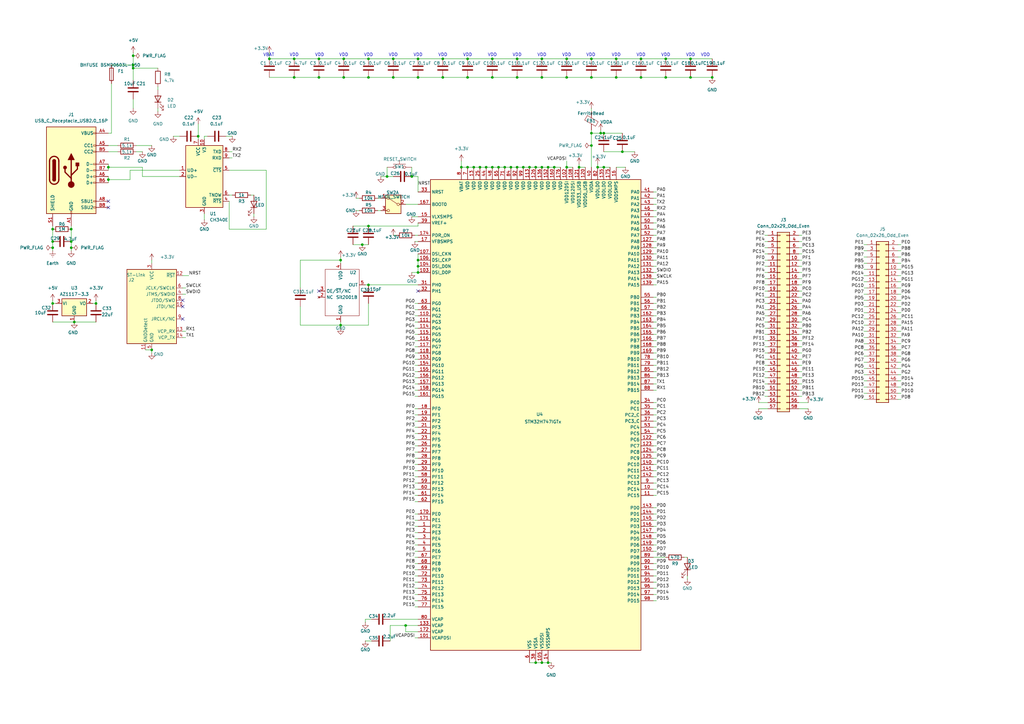
<source format=kicad_sch>
(kicad_sch (version 20231120) (generator "eeschema") (generator_version "8.0")
  (paper "A3")
  (title_block (title "STM32H747IGT6_DevelopmentBoard") (rev "1"))
  (lib_symbols
    (symbol "+5V_1" (power) (pin_numbers hide) (pin_names (offset 0) hide)
      (property "Value" "+5V" (at 0 3.556 0))
      (symbol "+5V_1_1_1"
        (pin power_in line (at 0 0 90) (length 0) (name "~") (number "1"))
      )
    )
    (symbol "CH340E_1"
      (property "Reference" "U" (at -5.08 13.97 0))
      (property "Value" "CH340E" (at 1.27 13.97 0))
      (symbol "CH340E_1_1_1"
        (pin bidirectional line (at -10.16 2.54 0) (length 2.54) (name "UD+") (number "1"))
        (pin power_out line (at 0 15.24 270) (length 2.54) (name "V3") (number "10"))
        (pin bidirectional line (at -10.16 0 0) (length 2.54) (name "UD-") (number "2"))
        (pin power_in line (at 0 -15.24 90) (length 2.54) (name "GND") (number "3"))
        (pin output line (at 10.16 -10.16 180) (length 2.54) (name "~{RTS}") (number "4"))
        (pin input line (at 10.16 2.54 180) (length 2.54) (name "~{CTS}") (number "5"))
        (pin output line (at 10.16 -7.62 180) (length 2.54) (name "TNOW") (number "6"))
        (pin power_in line (at -2.54 15.24 270) (length 2.54) (name "VCC") (number "7"))
        (pin output line (at 10.16 10.16 180) (length 2.54) (name "TXD") (number "8"))
        (pin input line (at 10.16 7.62 180) (length 2.54) (name "RXD") (number "9"))
      )
    )
    (symbol "Connector:Conn_ST_STDC14"
      (property "Reference" "J" (at -8.89 16.51 0))
      (property "Value" "Conn_ST_STDC14" (at 17.78 16.51 0))
      (symbol "Conn_ST_STDC14_1_1"
        (pin no_connect line (at -10.16 5.08 0) (length 2.54) hide (name "NC") (number "1"))
        (pin output line (at 12.7 0 180) (length 2.54) (name "JTDI/NC") (number "10"))
        (pin passive line (at -2.54 -17.78 90) (length 2.54) (name "GNDDetect") (number "11"))
        (pin open_collector line (at 12.7 12.7 180) (length 2.54) (name "~{RST}") (number "12"))
        (pin output line (at 12.7 -10.16 180) (length 2.54) (name "VCP_RX") (number "13"))
        (pin input line (at 12.7 -12.7 180) (length 2.54) (name "VCP_TX") (number "14"))
        (pin no_connect line (at -10.16 2.54 0) (length 2.54) hide (name "NC") (number "2"))
        (pin power_in line (at 0 17.78 270) (length 2.54) (name "VCC") (number "3"))
        (pin bidirectional line (at 12.7 5.08 180) (length 2.54) (name "JTMS/SWDIO") (number "4"))
        (pin power_in line (at 0 -17.78 90) (length 2.54) (name "GND") (number "5"))
        (pin output line (at 12.7 7.62 180) (length 2.54) (name "JCLK/SWCLK") (number "6"))
        (pin passive line (at 0 -17.78 90) (length 2.54) hide (name "GND") (number "7"))
        (pin input line (at 12.7 2.54 180) (length 2.54) (name "JTDO/SWO") (number "8"))
        (pin input line (at 12.7 -5.08 180) (length 2.54) (name "JRCLK/NC") (number "9"))
      )
    )
    (symbol "Connector:USB_C_Receptacle_USB2.0_16P" (pin_names (offset 1.016))
      (property "Reference" "J" (at 0 22.225 0))
      (property "Value" "USB_C_Receptacle_USB2.0_16P" (at 0 19.685 0))
      (symbol "USB_C_Receptacle_USB2.0_16P_1_1"
        (pin passive line (at 0 -22.86 90) (length 5.08) (name "GND") (number "A1"))
        (pin passive line (at 0 -22.86 90) (length 5.08) hide (name "GND") (number "A12"))
        (pin passive line (at 15.24 15.24 180) (length 5.08) (name "VBUS") (number "A4"))
        (pin bidirectional line (at 15.24 10.16 180) (length 5.08) (name "CC1") (number "A5"))
        (pin bidirectional line (at 15.24 -2.54 180) (length 5.08) (name "D+") (number "A6"))
        (pin bidirectional line (at 15.24 2.54 180) (length 5.08) (name "D-") (number "A7"))
        (pin bidirectional line (at 15.24 -12.7 180) (length 5.08) (name "SBU1") (number "A8"))
        (pin passive line (at 15.24 15.24 180) (length 5.08) hide (name "VBUS") (number "A9"))
        (pin passive line (at 0 -22.86 90) (length 5.08) hide (name "GND") (number "B1"))
        (pin passive line (at 0 -22.86 90) (length 5.08) hide (name "GND") (number "B12"))
        (pin passive line (at 15.24 15.24 180) (length 5.08) hide (name "VBUS") (number "B4"))
        (pin bidirectional line (at 15.24 7.62 180) (length 5.08) (name "CC2") (number "B5"))
        (pin bidirectional line (at 15.24 -5.08 180) (length 5.08) (name "D+") (number "B6"))
        (pin bidirectional line (at 15.24 0 180) (length 5.08) (name "D-") (number "B7"))
        (pin bidirectional line (at 15.24 -15.24 180) (length 5.08) (name "SBU2") (number "B8"))
        (pin passive line (at 15.24 15.24 180) (length 5.08) hide (name "VBUS") (number "B9"))
        (pin passive line (at -7.62 -22.86 90) (length 5.08) (name "SHIELD") (number "S1"))
      )
    )
    (symbol "Connector_Generic:Conn_02x26_Odd_Even" (pin_names (offset 1.016) hide)
      (property "Reference" "J" (at 1.27 33.02 0))
      (property "Value" "Conn_02x26_Odd_Even" (at 1.27 -35.56 0))
      (symbol "Conn_02x26_Odd_Even_1_1"
        (pin passive line (at -5.08 30.48 0) (length 3.81) (name "Pin_1") (number "1"))
        (pin passive line (at 7.62 20.32 180) (length 3.81) (name "Pin_10") (number "10"))
        (pin passive line (at -5.08 17.78 0) (length 3.81) (name "Pin_11") (number "11"))
        (pin passive line (at 7.62 17.78 180) (length 3.81) (name "Pin_12") (number "12"))
        (pin passive line (at -5.08 15.24 0) (length 3.81) (name "Pin_13") (number "13"))
        (pin passive line (at 7.62 15.24 180) (length 3.81) (name "Pin_14") (number "14"))
        (pin passive line (at -5.08 12.7 0) (length 3.81) (name "Pin_15") (number "15"))
        (pin passive line (at 7.62 12.7 180) (length 3.81) (name "Pin_16") (number "16"))
        (pin passive line (at -5.08 10.16 0) (length 3.81) (name "Pin_17") (number "17"))
        (pin passive line (at 7.62 10.16 180) (length 3.81) (name "Pin_18") (number "18"))
        (pin passive line (at -5.08 7.62 0) (length 3.81) (name "Pin_19") (number "19"))
        (pin passive line (at 7.62 30.48 180) (length 3.81) (name "Pin_2") (number "2"))
        (pin passive line (at 7.62 7.62 180) (length 3.81) (name "Pin_20") (number "20"))
        (pin passive line (at -5.08 5.08 0) (length 3.81) (name "Pin_21") (number "21"))
        (pin passive line (at 7.62 5.08 180) (length 3.81) (name "Pin_22") (number "22"))
        (pin passive line (at -5.08 2.54 0) (length 3.81) (name "Pin_23") (number "23"))
        (pin passive line (at 7.62 2.54 180) (length 3.81) (name "Pin_24") (number "24"))
        (pin passive line (at -5.08 0 0) (length 3.81) (name "Pin_25") (number "25"))
        (pin passive line (at 7.62 0 180) (length 3.81) (name "Pin_26") (number "26"))
        (pin passive line (at -5.08 -2.54 0) (length 3.81) (name "Pin_27") (number "27"))
        (pin passive line (at 7.62 -2.54 180) (length 3.81) (name "Pin_28") (number "28"))
        (pin passive line (at -5.08 -5.08 0) (length 3.81) (name "Pin_29") (number "29"))
        (pin passive line (at -5.08 27.94 0) (length 3.81) (name "Pin_3") (number "3"))
        (pin passive line (at 7.62 -5.08 180) (length 3.81) (name "Pin_30") (number "30"))
        (pin passive line (at -5.08 -7.62 0) (length 3.81) (name "Pin_31") (number "31"))
        (pin passive line (at 7.62 -7.62 180) (length 3.81) (name "Pin_32") (number "32"))
        (pin passive line (at -5.08 -10.16 0) (length 3.81) (name "Pin_33") (number "33"))
        (pin passive line (at 7.62 -10.16 180) (length 3.81) (name "Pin_34") (number "34"))
        (pin passive line (at -5.08 -12.7 0) (length 3.81) (name "Pin_35") (number "35"))
        (pin passive line (at 7.62 -12.7 180) (length 3.81) (name "Pin_36") (number "36"))
        (pin passive line (at -5.08 -15.24 0) (length 3.81) (name "Pin_37") (number "37"))
        (pin passive line (at 7.62 -15.24 180) (length 3.81) (name "Pin_38") (number "38"))
        (pin passive line (at -5.08 -17.78 0) (length 3.81) (name "Pin_39") (number "39"))
        (pin passive line (at 7.62 27.94 180) (length 3.81) (name "Pin_4") (number "4"))
        (pin passive line (at 7.62 -17.78 180) (length 3.81) (name "Pin_40") (number "40"))
        (pin passive line (at -5.08 -20.32 0) (length 3.81) (name "Pin_41") (number "41"))
        (pin passive line (at 7.62 -20.32 180) (length 3.81) (name "Pin_42") (number "42"))
        (pin passive line (at -5.08 -22.86 0) (length 3.81) (name "Pin_43") (number "43"))
        (pin passive line (at 7.62 -22.86 180) (length 3.81) (name "Pin_44") (number "44"))
        (pin passive line (at -5.08 -25.4 0) (length 3.81) (name "Pin_45") (number "45"))
        (pin passive line (at 7.62 -25.4 180) (length 3.81) (name "Pin_46") (number "46"))
        (pin passive line (at -5.08 -27.94 0) (length 3.81) (name "Pin_47") (number "47"))
        (pin passive line (at 7.62 -27.94 180) (length 3.81) (name "Pin_48") (number "48"))
        (pin passive line (at -5.08 -30.48 0) (length 3.81) (name "Pin_49") (number "49"))
        (pin passive line (at -5.08 25.4 0) (length 3.81) (name "Pin_5") (number "5"))
        (pin passive line (at 7.62 -30.48 180) (length 3.81) (name "Pin_50") (number "50"))
        (pin passive line (at -5.08 -33.02 0) (length 3.81) (name "Pin_51") (number "51"))
        (pin passive line (at 7.62 -33.02 180) (length 3.81) (name "Pin_52") (number "52"))
        (pin passive line (at 7.62 25.4 180) (length 3.81) (name "Pin_6") (number "6"))
        (pin passive line (at -5.08 22.86 0) (length 3.81) (name "Pin_7") (number "7"))
        (pin passive line (at 7.62 22.86 180) (length 3.81) (name "Pin_8") (number "8"))
        (pin passive line (at -5.08 20.32 0) (length 3.81) (name "Pin_9") (number "9"))
      )
    )
    (symbol "Connector_Generic:Conn_02x29_Odd_Even" (pin_names (offset 1.016) hide)
      (property "Reference" "J" (at 1.27 38.1 0))
      (property "Value" "Conn_02x29_Odd_Even" (at 1.27 -38.1 0))
      (symbol "Conn_02x29_Odd_Even_1_1"
        (pin passive line (at -5.08 35.56 0) (length 3.81) (name "Pin_1") (number "1"))
        (pin passive line (at 7.62 25.4 180) (length 3.81) (name "Pin_10") (number "10"))
        (pin passive line (at -5.08 22.86 0) (length 3.81) (name "Pin_11") (number "11"))
        (pin passive line (at 7.62 22.86 180) (length 3.81) (name "Pin_12") (number "12"))
        (pin passive line (at -5.08 20.32 0) (length 3.81) (name "Pin_13") (number "13"))
        (pin passive line (at 7.62 20.32 180) (length 3.81) (name "Pin_14") (number "14"))
        (pin passive line (at -5.08 17.78 0) (length 3.81) (name "Pin_15") (number "15"))
        (pin passive line (at 7.62 17.78 180) (length 3.81) (name "Pin_16") (number "16"))
        (pin passive line (at -5.08 15.24 0) (length 3.81) (name "Pin_17") (number "17"))
        (pin passive line (at 7.62 15.24 180) (length 3.81) (name "Pin_18") (number "18"))
        (pin passive line (at -5.08 12.7 0) (length 3.81) (name "Pin_19") (number "19"))
        (pin passive line (at 7.62 35.56 180) (length 3.81) (name "Pin_2") (number "2"))
        (pin passive line (at 7.62 12.7 180) (length 3.81) (name "Pin_20") (number "20"))
        (pin passive line (at -5.08 10.16 0) (length 3.81) (name "Pin_21") (number "21"))
        (pin passive line (at 7.62 10.16 180) (length 3.81) (name "Pin_22") (number "22"))
        (pin passive line (at -5.08 7.62 0) (length 3.81) (name "Pin_23") (number "23"))
        (pin passive line (at 7.62 7.62 180) (length 3.81) (name "Pin_24") (number "24"))
        (pin passive line (at -5.08 5.08 0) (length 3.81) (name "Pin_25") (number "25"))
        (pin passive line (at 7.62 5.08 180) (length 3.81) (name "Pin_26") (number "26"))
        (pin passive line (at -5.08 2.54 0) (length 3.81) (name "Pin_27") (number "27"))
        (pin passive line (at 7.62 2.54 180) (length 3.81) (name "Pin_28") (number "28"))
        (pin passive line (at -5.08 0 0) (length 3.81) (name "Pin_29") (number "29"))
        (pin passive line (at -5.08 33.02 0) (length 3.81) (name "Pin_3") (number "3"))
        (pin passive line (at 7.62 0 180) (length 3.81) (name "Pin_30") (number "30"))
        (pin passive line (at -5.08 -2.54 0) (length 3.81) (name "Pin_31") (number "31"))
        (pin passive line (at 7.62 -2.54 180) (length 3.81) (name "Pin_32") (number "32"))
        (pin passive line (at -5.08 -5.08 0) (length 3.81) (name "Pin_33") (number "33"))
        (pin passive line (at 7.62 -5.08 180) (length 3.81) (name "Pin_34") (number "34"))
        (pin passive line (at -5.08 -7.62 0) (length 3.81) (name "Pin_35") (number "35"))
        (pin passive line (at 7.62 -7.62 180) (length 3.81) (name "Pin_36") (number "36"))
        (pin passive line (at -5.08 -10.16 0) (length 3.81) (name "Pin_37") (number "37"))
        (pin passive line (at 7.62 -10.16 180) (length 3.81) (name "Pin_38") (number "38"))
        (pin passive line (at -5.08 -12.7 0) (length 3.81) (name "Pin_39") (number "39"))
        (pin passive line (at 7.62 33.02 180) (length 3.81) (name "Pin_4") (number "4"))
        (pin passive line (at 7.62 -12.7 180) (length 3.81) (name "Pin_40") (number "40"))
        (pin passive line (at -5.08 -15.24 0) (length 3.81) (name "Pin_41") (number "41"))
        (pin passive line (at 7.62 -15.24 180) (length 3.81) (name "Pin_42") (number "42"))
        (pin passive line (at -5.08 -17.78 0) (length 3.81) (name "Pin_43") (number "43"))
        (pin passive line (at 7.62 -17.78 180) (length 3.81) (name "Pin_44") (number "44"))
        (pin passive line (at -5.08 -20.32 0) (length 3.81) (name "Pin_45") (number "45"))
        (pin passive line (at 7.62 -20.32 180) (length 3.81) (name "Pin_46") (number "46"))
        (pin passive line (at -5.08 -22.86 0) (length 3.81) (name "Pin_47") (number "47"))
        (pin passive line (at 7.62 -22.86 180) (length 3.81) (name "Pin_48") (number "48"))
        (pin passive line (at -5.08 -25.4 0) (length 3.81) (name "Pin_49") (number "49"))
        (pin passive line (at -5.08 30.48 0) (length 3.81) (name "Pin_5") (number "5"))
        (pin passive line (at 7.62 -25.4 180) (length 3.81) (name "Pin_50") (number "50"))
        (pin passive line (at -5.08 -27.94 0) (length 3.81) (name "Pin_51") (number "51"))
        (pin passive line (at 7.62 -27.94 180) (length 3.81) (name "Pin_52") (number "52"))
        (pin passive line (at -5.08 -30.48 0) (length 3.81) (name "Pin_53") (number "53"))
        (pin passive line (at 7.62 -30.48 180) (length 3.81) (name "Pin_54") (number "54"))
        (pin passive line (at -5.08 -33.02 0) (length 3.81) (name "Pin_55") (number "55"))
        (pin passive line (at 7.62 -33.02 180) (length 3.81) (name "Pin_56") (number "56"))
        (pin passive line (at -5.08 -35.56 0) (length 3.81) (name "Pin_57") (number "57"))
        (pin passive line (at 7.62 -35.56 180) (length 3.81) (name "Pin_58") (number "58"))
        (pin passive line (at 7.62 30.48 180) (length 3.81) (name "Pin_6") (number "6"))
        (pin passive line (at -5.08 27.94 0) (length 3.81) (name "Pin_7") (number "7"))
        (pin passive line (at 7.62 27.94 180) (length 3.81) (name "Pin_8") (number "8"))
        (pin passive line (at -5.08 25.4 0) (length 3.81) (name "Pin_9") (number "9"))
      )
    )
    (symbol "Device:C" (pin_numbers hide) (pin_names (offset 0.254))
      (property "Reference" "C" (at 0.635 2.54 0))
      (property "Value" "C" (at 0.635 -2.54 0))
      (symbol "C_1_1"
        (pin passive line (at 0 3.81 270) (length 2.794) (name "~") (number "1"))
        (pin passive line (at 0 -3.81 90) (length 2.794) (name "~") (number "2"))
      )
    )
    (symbol "Device:FerriteBead" (pin_numbers hide) (pin_names (offset 0))
      (property "Reference" "FB" (at -3.81 0.635 90))
      (property "Value" "FerriteBead" (at 3.81 0 90))
      (symbol "FerriteBead_1_1"
        (pin passive line (at 0 3.81 270) (length 2.54) (name "~") (number "1"))
        (pin passive line (at 0 -3.81 90) (length 2.54) (name "~") (number "2"))
      )
    )
    (symbol "Device:Fuse" (pin_numbers hide) (pin_names (offset 0))
      (property "Reference" "F" (at 2.032 0 90))
      (property "Value" "Fuse" (at -1.905 0 90))
      (symbol "Fuse_1_1"
        (pin passive line (at 0 3.81 270) (length 1.27) (name "~") (number "1"))
        (pin passive line (at 0 -3.81 90) (length 1.27) (name "~") (number "2"))
      )
    )
    (symbol "Device:LED" (pin_numbers hide) (pin_names (offset 1.016) hide)
      (property "Reference" "D" (at 0 2.54 0))
      (property "Value" "LED" (at 0 -2.54 0))
      (symbol "LED_1_1"
        (pin passive line (at -3.81 0 0) (length 2.54) (name "K") (number "1"))
        (pin passive line (at 3.81 0 180) (length 2.54) (name "A") (number "2"))
      )
    )
    (symbol "Device:R" (pin_numbers hide) (pin_names (offset 0))
      (property "Reference" "R" (at 2.032 0 90))
      (property "Value" "R" (at 0 0 90))
      (symbol "R_1_1"
        (pin passive line (at 0 3.81 270) (length 1.27) (name "~") (number "1"))
        (pin passive line (at 0 -3.81 90) (length 1.27) (name "~") (number "2"))
      )
    )
    (symbol "Regulator_Linear:AZ1117-3.3" (pin_names (offset 0.254))
      (property "Reference" "U" (at -3.81 3.175 0))
      (property "Value" "AZ1117-3.3" (at 0 3.175 0))
      (symbol "AZ1117-3.3_1_1"
        (pin power_in line (at 0 -7.62 90) (length 2.54) (name "GND") (number "1"))
        (pin power_out line (at 7.62 0 180) (length 2.54) (name "VO") (number "2"))
        (pin power_in line (at -7.62 0 0) (length 2.54) (name "VI") (number "3"))
      )
    )
    (symbol "STM32H747IGTx_1"
      (property "Reference" "U" (at -43.18 97.79 0))
      (property "Value" "STM32H747IGTx" (at 35.56 97.79 0))
      (symbol "STM32H747IGTx_1_1_1"
        (pin bidirectional line (at -48.26 -45.72 0) (length 5.08) (name "PE2") (number "1"))
        (pin bidirectional line (at 48.26 -30.48 180) (length 5.08) (name "PC14") (number "10"))
        (pin passive line (at -2.54 -101.6 90) (length 5.08) hide (name "VSS") (number "100"))
        (pin power_out line (at -48.26 -91.44 0) (length 5.08) (name "VCAPDSI") (number "101"))
        (pin power_in line (at 12.7 101.6 270) (length 5.08) (name "VDD12DSI") (number "102"))
        (pin bidirectional line (at -48.26 58.42 0) (length 5.08) (name "DSI_D0P") (number "103"))
        (pin bidirectional line (at -48.26 60.96 0) (length 5.08) (name "DSI_D0N") (number "104"))
        (pin power_in line (at 2.54 -101.6 90) (length 5.08) (name "VSSDSI") (number "105"))
        (pin bidirectional line (at -48.26 63.5 0) (length 5.08) (name "DSI_CKP") (number "106"))
        (pin bidirectional line (at -48.26 66.04 0) (length 5.08) (name "DSI_CKN") (number "107"))
        (pin power_in line (at 15.24 101.6 270) (length 5.08) (name "VDD12DSI") (number "108"))
        (pin passive line (at 2.54 -101.6 90) (length 5.08) hide (name "VSSDSI") (number "109"))
        (pin bidirectional line (at 48.26 -33.02 180) (length 5.08) (name "PC15") (number "11"))
        (pin bidirectional line (at -48.26 40.64 0) (length 5.08) (name "PG2") (number "110"))
        (pin bidirectional line (at -48.26 38.1 0) (length 5.08) (name "PG3") (number "111"))
        (pin passive line (at -2.54 -101.6 90) (length 5.08) hide (name "VSS") (number "112"))
        (pin power_in line (at -2.54 101.6 270) (length 5.08) (name "VDD") (number "113"))
        (pin bidirectional line (at -48.26 35.56 0) (length 5.08) (name "PG4") (number "114"))
        (pin bidirectional line (at -48.26 33.02 0) (length 5.08) (name "PG5") (number "115"))
        (pin bidirectional line (at -48.26 30.48 0) (length 5.08) (name "PG6") (number "116"))
        (pin bidirectional line (at -48.26 27.94 0) (length 5.08) (name "PG7") (number "117"))
        (pin bidirectional line (at -48.26 25.4 0) (length 5.08) (name "PG8") (number "118"))
        (pin passive line (at -2.54 -101.6 90) (length 5.08) hide (name "VSS") (number "119"))
        (pin passive line (at -2.54 -101.6 90) (length 5.08) hide (name "VSS") (number "12"))
        (pin power_in line (at 20.32 101.6 270) (length 5.08) (name "VDD50_USB") (number "120"))
        (pin power_in line (at 17.78 101.6 270) (length 5.08) (name "VDD33_USB") (number "121"))
        (pin bidirectional line (at 48.26 -10.16 180) (length 5.08) (name "PC6") (number "122"))
        (pin bidirectional line (at 48.26 -12.7 180) (length 5.08) (name "PC7") (number "123"))
        (pin bidirectional line (at 48.26 -15.24 180) (length 5.08) (name "PC8") (number "124"))
        (pin bidirectional line (at 48.26 -17.78 180) (length 5.08) (name "PC9") (number "125"))
        (pin power_in line (at 0 101.6 270) (length 5.08) (name "VDD") (number "126"))
        (pin bidirectional line (at 48.26 71.12 180) (length 5.08) (name "PA8") (number "127"))
        (pin bidirectional line (at 48.26 68.58 180) (length 5.08) (name "PA9") (number "128"))
        (pin bidirectional line (at 48.26 66.04 180) (length 5.08) (name "PA10") (number "129"))
        (pin power_in line (at -25.4 101.6 270) (length 5.08) (name "VDD") (number "13"))
        (pin bidirectional line (at 48.26 63.5 180) (length 5.08) (name "PA11") (number "130"))
        (pin bidirectional line (at 48.26 60.96 180) (length 5.08) (name "PA12") (number "131"))
        (pin bidirectional line (at 48.26 58.42 180) (length 5.08) (name "PA13") (number "132"))
        (pin power_out line (at -48.26 -86.36 0) (length 5.08) (name "VCAP") (number "133"))
        (pin passive line (at -2.54 -101.6 90) (length 5.08) hide (name "VSS") (number "134"))
        (pin power_in line (at 27.94 101.6 270) (length 5.08) (name "VDDLDO") (number "135"))
        (pin power_in line (at 2.54 101.6 270) (length 5.08) (name "VDD") (number "136"))
        (pin passive line (at -2.54 -101.6 90) (length 5.08) hide (name "VSS") (number "137"))
        (pin bidirectional line (at 48.26 55.88 180) (length 5.08) (name "PA14") (number "138"))
        (pin bidirectional line (at 48.26 53.34 180) (length 5.08) (name "PA15") (number "139"))
        (pin power_in line (at 5.08 -101.6 90) (length 5.08) (name "VSSSMPS") (number "14"))
        (pin bidirectional line (at 48.26 -20.32 180) (length 5.08) (name "PC10") (number "140"))
        (pin bidirectional line (at 48.26 -22.86 180) (length 5.08) (name "PC11") (number "141"))
        (pin bidirectional line (at 48.26 -25.4 180) (length 5.08) (name "PC12") (number "142"))
        (pin bidirectional line (at 48.26 -38.1 180) (length 5.08) (name "PD0") (number "143"))
        (pin bidirectional line (at 48.26 -40.64 180) (length 5.08) (name "PD1") (number "144"))
        (pin bidirectional line (at 48.26 -43.18 180) (length 5.08) (name "PD2") (number "145"))
        (pin bidirectional line (at 48.26 -45.72 180) (length 5.08) (name "PD3") (number "146"))
        (pin bidirectional line (at 48.26 -48.26 180) (length 5.08) (name "PD4") (number "147"))
        (pin bidirectional line (at 48.26 -50.8 180) (length 5.08) (name "PD5") (number "148"))
        (pin bidirectional line (at 48.26 -53.34 180) (length 5.08) (name "PD6") (number "149"))
        (pin power_in line (at -48.26 81.28 0) (length 5.08) (name "VLXSMPS") (number "15"))
        (pin bidirectional line (at 48.26 -55.88 180) (length 5.08) (name "PD7") (number "150"))
        (pin passive line (at -2.54 -101.6 90) (length 5.08) hide (name "VSS") (number "151"))
        (pin power_in line (at 5.08 101.6 270) (length 5.08) (name "VDD") (number "152"))
        (pin bidirectional line (at -48.26 22.86 0) (length 5.08) (name "PG9") (number "153"))
        (pin bidirectional line (at -48.26 20.32 0) (length 5.08) (name "PG10") (number "154"))
        (pin bidirectional line (at -48.26 17.78 0) (length 5.08) (name "PG11") (number "155"))
        (pin bidirectional line (at -48.26 15.24 0) (length 5.08) (name "PG12") (number "156"))
        (pin bidirectional line (at -48.26 12.7 0) (length 5.08) (name "PG13") (number "157"))
        (pin bidirectional line (at -48.26 10.16 0) (length 5.08) (name "PG14") (number "158"))
        (pin passive line (at -2.54 -101.6 90) (length 5.08) hide (name "VSS") (number "159"))
        (pin power_in line (at 33.02 101.6 270) (length 5.08) (name "VDDSMPS") (number "16"))
        (pin power_in line (at 7.62 101.6 270) (length 5.08) (name "VDD") (number "160"))
        (pin bidirectional line (at -48.26 7.62 0) (length 5.08) (name "PG15") (number "161"))
        (pin bidirectional line (at 48.26 40.64 180) (length 5.08) (name "PB3") (number "162"))
        (pin bidirectional line (at 48.26 38.1 180) (length 5.08) (name "PB4") (number "163"))
        (pin bidirectional line (at 48.26 35.56 180) (length 5.08) (name "PB5") (number "164"))
        (pin bidirectional line (at 48.26 33.02 180) (length 5.08) (name "PB6") (number "165"))
        (pin bidirectional line (at 48.26 30.48 180) (length 5.08) (name "PB7") (number "166"))
        (pin input line (at -48.26 86.36 0) (length 5.08) (name "BOOT0") (number "167"))
        (pin bidirectional line (at 48.26 27.94 180) (length 5.08) (name "PB8") (number "168"))
        (pin bidirectional line (at 48.26 25.4 180) (length 5.08) (name "PB9") (number "169"))
        (pin input line (at -48.26 71.12 0) (length 5.08) (name "VFBSMPS") (number "17"))
        (pin bidirectional line (at -48.26 -40.64 0) (length 5.08) (name "PE0") (number "170"))
        (pin bidirectional line (at -48.26 -43.18 0) (length 5.08) (name "PE1") (number "171"))
        (pin power_out line (at -48.26 -88.9 0) (length 5.08) (name "VCAP") (number "172"))
        (pin passive line (at -2.54 -101.6 90) (length 5.08) hide (name "VSS") (number "173"))
        (pin input line (at -48.26 73.66 0) (length 5.08) (name "PDR_ON") (number "174"))
        (pin power_in line (at 30.48 101.6 270) (length 5.08) (name "VDDLDO") (number "175"))
        (pin power_in line (at 10.16 101.6 270) (length 5.08) (name "VDD") (number "176"))
        (pin bidirectional line (at -48.26 2.54 0) (length 5.08) (name "PF0") (number "18"))
        (pin bidirectional line (at -48.26 0 0) (length 5.08) (name "PF1") (number "19"))
        (pin bidirectional line (at -48.26 -48.26 0) (length 5.08) (name "PE3") (number "2"))
        (pin bidirectional line (at -48.26 -2.54 0) (length 5.08) (name "PF2") (number "20"))
        (pin bidirectional line (at -48.26 -5.08 0) (length 5.08) (name "PF3") (number "21"))
        (pin bidirectional line (at -48.26 -7.62 0) (length 5.08) (name "PF4") (number "22"))
        (pin bidirectional line (at -48.26 -10.16 0) (length 5.08) (name "PF5") (number "23"))
        (pin passive line (at -2.54 -101.6 90) (length 5.08) hide (name "VSS") (number "24"))
        (pin power_in line (at -22.86 101.6 270) (length 5.08) (name "VDD") (number "25"))
        (pin bidirectional line (at -48.26 -12.7 0) (length 5.08) (name "PF6") (number "26"))
        (pin bidirectional line (at -48.26 -15.24 0) (length 5.08) (name "PF7") (number "27"))
        (pin bidirectional line (at -48.26 -17.78 0) (length 5.08) (name "PF8") (number "28"))
        (pin bidirectional line (at -48.26 -20.32 0) (length 5.08) (name "PF9") (number "29"))
        (pin bidirectional line (at -48.26 -50.8 0) (length 5.08) (name "PE4") (number "3"))
        (pin bidirectional line (at -48.26 -22.86 0) (length 5.08) (name "PF10") (number "30"))
        (pin bidirectional line (at -48.26 53.34 0) (length 5.08) (name "PH0") (number "31"))
        (pin bidirectional line (at -48.26 50.8 0) (length 5.08) (name "PH1") (number "32"))
        (pin input line (at -48.26 91.44 0) (length 5.08) (name "NRST") (number "33"))
        (pin bidirectional line (at 48.26 5.08 180) (length 5.08) (name "PC0") (number "34"))
        (pin bidirectional line (at 48.26 2.54 180) (length 5.08) (name "PC1") (number "35"))
        (pin bidirectional line (at 48.26 0 180) (length 5.08) (name "PC2_C") (number "36"))
        (pin bidirectional line (at 48.26 -2.54 180) (length 5.08) (name "PC3_C") (number "37"))
        (pin power_in line (at 0 -101.6 90) (length 5.08) (name "VSSA") (number "38"))
        (pin input line (at -48.26 78.74 0) (length 5.08) (name "VREF+") (number "39"))
        (pin bidirectional line (at -48.26 -53.34 0) (length 5.08) (name "PE5") (number "4"))
        (pin power_in line (at 22.86 101.6 270) (length 5.08) (name "VDDA") (number "40"))
        (pin bidirectional line (at 48.26 91.44 180) (length 5.08) (name "PA0") (number "41"))
        (pin bidirectional line (at 48.26 88.9 180) (length 5.08) (name "PA1") (number "42"))
        (pin bidirectional line (at 48.26 86.36 180) (length 5.08) (name "PA2") (number "43"))
        (pin power_in line (at -20.32 101.6 270) (length 5.08) (name "VDD") (number "44"))
        (pin passive line (at -2.54 -101.6 90) (length 5.08) hide (name "VSS") (number "45"))
        (pin bidirectional line (at 48.26 83.82 180) (length 5.08) (name "PA3") (number "46"))
        (pin passive line (at -2.54 -101.6 90) (length 5.08) hide (name "VSS") (number "47"))
        (pin power_in line (at -17.78 101.6 270) (length 5.08) (name "VDD") (number "48"))
        (pin bidirectional line (at 48.26 81.28 180) (length 5.08) (name "PA4") (number "49"))
        (pin bidirectional line (at -48.26 -55.88 0) (length 5.08) (name "PE6") (number "5"))
        (pin bidirectional line (at 48.26 78.74 180) (length 5.08) (name "PA5") (number "50"))
        (pin bidirectional line (at 48.26 76.2 180) (length 5.08) (name "PA6") (number "51"))
        (pin bidirectional line (at 48.26 73.66 180) (length 5.08) (name "PA7") (number "52"))
        (pin bidirectional line (at 48.26 -5.08 180) (length 5.08) (name "PC4") (number "53"))
        (pin bidirectional line (at 48.26 -7.62 180) (length 5.08) (name "PC5") (number "54"))
        (pin bidirectional line (at 48.26 48.26 180) (length 5.08) (name "PB0") (number "55"))
        (pin bidirectional line (at 48.26 45.72 180) (length 5.08) (name "PB1") (number "56"))
        (pin bidirectional line (at 48.26 43.18 180) (length 5.08) (name "PB2") (number "57"))
        (pin bidirectional line (at -48.26 -25.4 0) (length 5.08) (name "PF11") (number "58"))
        (pin bidirectional line (at -48.26 -27.94 0) (length 5.08) (name "PF12") (number "59"))
        (pin power_in line (at -2.54 -101.6 90) (length 5.08) (name "VSS") (number "6"))
        (pin bidirectional line (at -48.26 -30.48 0) (length 5.08) (name "PF13") (number "60"))
        (pin bidirectional line (at -48.26 -33.02 0) (length 5.08) (name "PF14") (number "61"))
        (pin bidirectional line (at -48.26 -35.56 0) (length 5.08) (name "PF15") (number "62"))
        (pin bidirectional line (at -48.26 45.72 0) (length 5.08) (name "PG0") (number "63"))
        (pin passive line (at -2.54 -101.6 90) (length 5.08) hide (name "VSS") (number "64"))
        (pin power_in line (at -15.24 101.6 270) (length 5.08) (name "VDD") (number "65"))
        (pin bidirectional line (at -48.26 43.18 0) (length 5.08) (name "PG1") (number "66"))
        (pin bidirectional line (at -48.26 -58.42 0) (length 5.08) (name "PE7") (number "67"))
        (pin bidirectional line (at -48.26 -60.96 0) (length 5.08) (name "PE8") (number "68"))
        (pin bidirectional line (at -48.26 -63.5 0) (length 5.08) (name "PE9") (number "69"))
        (pin power_in line (at -27.94 101.6 270) (length 5.08) (name "VDD") (number "7"))
        (pin passive line (at -2.54 -101.6 90) (length 5.08) hide (name "VSS") (number "70"))
        (pin power_in line (at -12.7 101.6 270) (length 5.08) (name "VDD") (number "71"))
        (pin bidirectional line (at -48.26 -66.04 0) (length 5.08) (name "PE10") (number "72"))
        (pin bidirectional line (at -48.26 -68.58 0) (length 5.08) (name "PE11") (number "73"))
        (pin bidirectional line (at -48.26 -71.12 0) (length 5.08) (name "PE12") (number "74"))
        (pin bidirectional line (at -48.26 -73.66 0) (length 5.08) (name "PE13") (number "75"))
        (pin bidirectional line (at -48.26 -76.2 0) (length 5.08) (name "PE14") (number "76"))
        (pin bidirectional line (at -48.26 -78.74 0) (length 5.08) (name "PE15") (number "77"))
        (pin bidirectional line (at 48.26 22.86 180) (length 5.08) (name "PB10") (number "78"))
        (pin bidirectional line (at 48.26 20.32 180) (length 5.08) (name "PB11") (number "79"))
        (pin power_in line (at -30.48 101.6 270) (length 5.08) (name "VBAT") (number "8"))
        (pin power_out line (at -48.26 -83.82 0) (length 5.08) (name "VCAP") (number "80"))
        (pin passive line (at -2.54 -101.6 90) (length 5.08) hide (name "VSS") (number "81"))
        (pin power_in line (at 25.4 101.6 270) (length 5.08) (name "VDDLDO") (number "82"))
        (pin passive line (at -2.54 -101.6 90) (length 5.08) hide (name "VSS") (number "83"))
        (pin power_in line (at -10.16 101.6 270) (length 5.08) (name "VDD") (number "84"))
        (pin bidirectional line (at 48.26 17.78 180) (length 5.08) (name "PB12") (number "85"))
        (pin bidirectional line (at 48.26 15.24 180) (length 5.08) (name "PB13") (number "86"))
        (pin bidirectional line (at 48.26 12.7 180) (length 5.08) (name "PB14") (number "87"))
        (pin bidirectional line (at 48.26 10.16 180) (length 5.08) (name "PB15") (number "88"))
        (pin bidirectional line (at 48.26 -58.42 180) (length 5.08) (name "PD8") (number "89"))
        (pin bidirectional line (at 48.26 -27.94 180) (length 5.08) (name "PC13") (number "9"))
        (pin bidirectional line (at 48.26 -60.96 180) (length 5.08) (name "PD9") (number "90"))
        (pin bidirectional line (at 48.26 -63.5 180) (length 5.08) (name "PD10") (number "91"))
        (pin power_in line (at -7.62 101.6 270) (length 5.08) (name "VDD") (number "92"))
        (pin passive line (at -2.54 -101.6 90) (length 5.08) hide (name "VSS") (number "93"))
        (pin bidirectional line (at 48.26 -66.04 180) (length 5.08) (name "PD11") (number "94"))
        (pin bidirectional line (at 48.26 -68.58 180) (length 5.08) (name "PD12") (number "95"))
        (pin bidirectional line (at 48.26 -71.12 180) (length 5.08) (name "PD13") (number "96"))
        (pin bidirectional line (at 48.26 -73.66 180) (length 5.08) (name "PD14") (number "97"))
        (pin bidirectional line (at 48.26 -76.2 180) (length 5.08) (name "PD15") (number "98"))
        (pin power_in line (at -5.08 101.6 270) (length 5.08) (name "VDD") (number "99"))
      )
    )
    (symbol "SiT2001B:Sit2001B"
      (property "Reference" "U" (at 6.35 14.605 0))
      (property "Value" "Sit2001B" (at 5.08 0 0))
      (symbol "Sit2001B_1_1"
        (pin power_in line (at 2.54 -10.16 90) (length 2.54) (name "GND") (number "1"))
        (pin no_connect line (at -6.35 0 0) (length 2.54) (name "NC") (number "2"))
        (pin passive line (at -6.35 2.54 0) (length 2.54) (name "OE/~{ST}/NC") (number "3"))
        (pin power_in line (at 2.54 13.97 270) (length 2.54) (name "VDD") (number "4"))
        (pin output line (at 12.7 5.08 180) (length 2.54) (name "OUT") (number "5"))
      )
    )
    (symbol "Switch:SW_DPDT_x2" (pin_names (offset 0) hide)
      (property "Reference" "SW" (at 0 5.08 0))
      (property "Value" "SW_DPDT_x2" (at 0 -5.08 0))
      (symbol "SW_DPDT_x2_1_1"
        (pin passive line (at 5.08 2.54 180) (length 2.54) (name "A") (number "1"))
        (pin passive line (at -5.08 0 0) (length 2.54) (name "B") (number "2"))
        (pin passive line (at 5.08 -2.54 180) (length 2.54) (name "C") (number "3"))
      )
      (symbol "SW_DPDT_x2_2_1"
        (pin passive line (at 5.08 2.54 180) (length 2.54) (name "A") (number "4"))
        (pin passive line (at -5.08 0 0) (length 2.54) (name "B") (number "5"))
        (pin passive line (at 5.08 -2.54 180) (length 2.54) (name "C") (number "6"))
      )
    )
    (symbol "Switch:SW_Push" (pin_numbers hide) (pin_names (offset 1.016) hide)
      (property "Reference" "SW" (at 1.27 2.54 0))
      (property "Value" "SW_Push" (at 0 -1.524 0))
      (symbol "SW_Push_0_1"
        (pin passive line (at -5.08 0 0) (length 2.54) (name "1") (number "1"))
        (pin passive line (at 5.08 0 180) (length 2.54) (name "2") (number "2"))
      )
    )
    (symbol "power:+3.3V" (power) (pin_numbers hide) (pin_names (offset 0) hide)
      (property "Value" "+3.3V" (at 0 3.556 0))
      (symbol "+3.3V_1_1"
        (pin power_in line (at 0 0 90) (length 0) (name "~") (number "1"))
      )
    )
    (symbol "power:+5V" (power) (pin_numbers hide) (pin_names (offset 0) hide)
      (property "Value" "+5V" (at 0 3.556 0))
      (symbol "+5V_1_1"
        (pin power_in line (at 0 0 90) (length 0) (name "~") (number "1"))
      )
    )
    (symbol "power:Earth" (power) (pin_numbers hide) (pin_names (offset 0) hide)
      (property "Value" "Earth" (at 0 -3.81 0))
      (symbol "Earth_1_1"
        (pin power_in line (at 0 0 270) (length 0) (name "~") (number "1"))
      )
    )
    (symbol "power:GND" (power) (pin_numbers hide) (pin_names (offset 0) hide)
      (property "Value" "GND" (at 0 -3.81 0))
      (symbol "GND_1_1"
        (pin power_in line (at 0 0 270) (length 0) (name "~") (number "1"))
      )
    )
    (symbol "power:PWR_FLAG" (power) (pin_numbers hide) (pin_names (offset 0) hide)
      (property "Value" "PWR_FLAG" (at 0 3.81 0))
      (symbol "PWR_FLAG_0_0"
        (pin power_out line (at 0 0 90) (length 0) (name "~") (number "1"))
      )
    )
    (symbol "power:VDDA" (power) (pin_numbers hide) (pin_names (offset 0) hide)
      (property "Value" "VDDA" (at 0 3.556 0))
      (symbol "VDDA_1_1"
        (pin power_in line (at 0 0 90) (length 0) (name "~") (number "1"))
      )
    )
  )
  (junction (at 242.57 31.75))
  (junction (at 242.57 59.69))
  (junction (at 139.7 106.68))
  (junction (at 219.71 271.78))
  (junction (at 201.93 24.13))
  (junction (at 252.73 24.13))
  (junction (at 44.45 73.66))
  (junction (at 252.73 31.75))
  (junction (at 222.25 31.75))
  (junction (at 151.13 24.13))
  (junction (at 255.27 62.23))
  (junction (at 30.48 132.08))
  (junction (at 245.11 68.58))
  (junction (at 232.41 24.13))
  (junction (at 194.31 68.58))
  (junction (at 191.77 31.75))
  (junction (at 168.91 72.39))
  (junction (at 29.21 101.6))
  (junction (at 262.89 24.13))
  (junction (at 207.01 68.58))
  (junction (at 212.09 24.13))
  (junction (at 120.65 24.13))
  (junction (at 262.89 31.75))
  (junction (at 21.59 124.46))
  (junction (at 54.61 27.94))
  (junction (at 140.97 31.75))
  (junction (at 151.13 116.84))
  (junction (at 212.09 68.58))
  (junction (at 222.25 271.78))
  (junction (at 81.28 55.88))
  (junction (at 140.97 24.13))
  (junction (at 171.45 109.22))
  (junction (at 283.21 24.13))
  (junction (at 201.93 31.75))
  (junction (at 222.25 24.13))
  (junction (at 166.37 256.54))
  (junction (at 161.29 24.13))
  (junction (at 54.61 26.67))
  (junction (at 189.23 68.58))
  (junction (at 158.75 72.39))
  (junction (at 201.93 68.58))
  (junction (at 283.21 31.75))
  (junction (at 224.79 68.58))
  (junction (at 196.85 68.58))
  (junction (at 171.45 106.68))
  (junction (at 161.29 31.75))
  (junction (at 246.38 54.61))
  (junction (at 219.71 68.58))
  (junction (at 130.81 31.75))
  (junction (at 29.21 99.06))
  (junction (at 62.23 143.51))
  (junction (at 29.21 93.98))
  (junction (at 151.13 92.71))
  (junction (at 273.05 24.13))
  (junction (at 181.61 24.13))
  (junction (at 217.17 68.58))
  (junction (at 247.65 68.58))
  (junction (at 214.63 68.58))
  (junction (at 171.45 31.75))
  (junction (at 242.57 24.13))
  (junction (at 120.65 31.75))
  (junction (at 232.41 68.58))
  (junction (at 204.47 68.58))
  (junction (at 199.39 68.58))
  (junction (at 224.79 271.78))
  (junction (at 247.65 54.61))
  (junction (at 191.77 24.13))
  (junction (at 227.33 68.58))
  (junction (at 44.45 68.58))
  (junction (at 110.49 24.13))
  (junction (at 171.45 24.13))
  (junction (at 54.61 22.86))
  (junction (at 209.55 68.58))
  (junction (at 21.59 99.06))
  (junction (at 273.05 31.75))
  (junction (at 130.81 24.13))
  (junction (at 191.77 68.58))
  (junction (at 181.61 31.75))
  (junction (at 292.1 31.75))
  (junction (at 232.41 31.75))
  (junction (at 148.59 100.33))
  (junction (at 222.25 68.58))
  (junction (at 212.09 31.75))
  (junction (at 139.7 133.35))
  (junction (at 151.13 31.75))
  (junction (at 39.37 124.46))
  (junction (at 237.49 68.58))
  (junction (at 242.57 54.61))
  (junction (at 21.59 101.6))
  (junction (at 21.59 93.98))
  (junction (at 171.45 111.76))
  (no_connect (at 74.93 123.19))
  (no_connect (at 44.45 85.09))
  (no_connect (at 130.81 119.38))
  (no_connect (at 74.93 130.81))
  (no_connect (at 44.45 82.55))
  (no_connect (at 74.93 125.73))
  (no_connect (at 171.45 119.38))
  (wire (pts (xy 161.29 31.75) (xy 171.45 31.75)))
  (wire (pts (xy 328.93 106.68) (xy 327.66 106.68)))
  (wire (pts (xy 151.13 116.84) (xy 171.45 116.84)))
  (wire (pts (xy 328.93 142.24) (xy 327.66 142.24)))
  (wire (pts (xy 369.57 105.41) (xy 368.3 105.41)))
  (wire (pts (xy 369.57 143.51) (xy 368.3 143.51)))
  (wire (pts (xy 219.71 271.78) (xy 222.25 271.78)))
  (wire (pts (xy 369.57 138.43) (xy 368.3 138.43)))
  (wire (pts (xy 219.71 68.58) (xy 222.25 68.58)))
  (wire (pts (xy 354.33 118.11) (xy 355.6 118.11)))
  (wire (pts (xy 156.21 72.39) (xy 158.75 72.39)))
  (wire (pts (xy 232.41 24.13) (xy 242.57 24.13)))
  (wire (pts (xy 151.13 100.33) (xy 148.59 100.33)))
  (wire (pts (xy 269.24 86.36) (xy 267.97 86.36)))
  (wire (pts (xy 170.18 185.42) (xy 171.45 185.42)))
  (wire (pts (xy 232.41 68.58) (xy 234.95 68.58)))
  (wire (pts (xy 313.69 142.24) (xy 314.96 142.24)))
  (wire (pts (xy 54.61 40.64) (xy 54.61 44.45)))
  (wire (pts (xy 269.24 81.28) (xy 267.97 81.28)))
  (wire (pts (xy 313.69 160.02) (xy 314.96 160.02)))
  (wire (pts (xy 354.33 143.51) (xy 355.6 143.51)))
  (wire (pts (xy 64.77 44.45) (xy 64.77 45.72)))
  (wire (pts (xy 252.73 24.13) (xy 262.89 24.13)))
  (wire (pts (xy 21.59 92.71) (xy 21.59 93.98)))
  (wire (pts (xy 170.18 261.62) (xy 171.45 261.62)))
  (wire (pts (xy 212.09 24.13) (xy 222.25 24.13)))
  (wire (pts (xy 369.57 130.81) (xy 368.3 130.81)))
  (wire (pts (xy 354.33 146.05) (xy 355.6 146.05)))
  (wire (pts (xy 328.93 124.46) (xy 327.66 124.46)))
  (wire (pts (xy 269.24 101.6) (xy 267.97 101.6)))
  (wire (pts (xy 171.45 72.39) (xy 171.45 78.74)))
  (wire (pts (xy 269.24 236.22) (xy 267.97 236.22)))
  (wire (pts (xy 242.57 59.69) (xy 242.57 68.58)))
  (wire (pts (xy 242.57 44.45) (xy 242.57 45.72)))
  (wire (pts (xy 269.24 157.48) (xy 267.97 157.48)))
  (wire (pts (xy 44.45 67.31) (xy 44.45 68.58)))
  (wire (pts (xy 170.18 231.14) (xy 171.45 231.14)))
  (wire (pts (xy 170.18 243.84) (xy 171.45 243.84)))
  (wire (pts (xy 214.63 68.58) (xy 217.17 68.58)))
  (wire (pts (xy 170.18 198.12) (xy 171.45 198.12)))
  (wire (pts (xy 21.59 102.87) (xy 21.59 101.6)))
  (wire (pts (xy 171.45 106.68) (xy 171.45 109.22)))
  (wire (pts (xy 170.18 137.16) (xy 171.45 137.16)))
  (wire (pts (xy 269.24 195.58) (xy 267.97 195.58)))
  (wire (pts (xy 269.24 215.9) (xy 267.97 215.9)))
  (wire (pts (xy 170.18 139.7) (xy 171.45 139.7)))
  (wire (pts (xy 269.24 198.12) (xy 267.97 198.12)))
  (wire (pts (xy 170.18 149.86) (xy 171.45 149.86)))
  (wire (pts (xy 269.24 246.38) (xy 267.97 246.38)))
  (wire (pts (xy 313.69 162.56) (xy 314.96 162.56)))
  (wire (pts (xy 267.97 116.84) (xy 269.24 116.84)))
  (wire (pts (xy 21.59 101.6) (xy 21.59 99.06)))
  (wire (pts (xy 181.61 24.13) (xy 191.77 24.13)))
  (wire (pts (xy 146.05 81.28) (xy 147.32 81.28)))
  (wire (pts (xy 170.18 190.5) (xy 171.45 190.5)))
  (wire (pts (xy 369.57 151.13) (xy 368.3 151.13)))
  (wire (pts (xy 151.13 31.75) (xy 161.29 31.75)))
  (wire (pts (xy 93.98 93.98) (xy 93.98 82.55)))
  (wire (pts (xy 328.93 101.6) (xy 327.66 101.6)))
  (wire (pts (xy 83.82 87.63) (xy 83.82 90.17)))
  (wire (pts (xy 369.57 113.03) (xy 368.3 113.03)))
  (wire (pts (xy 170.18 144.78) (xy 171.45 144.78)))
  (wire (pts (xy 191.77 68.58) (xy 194.31 68.58)))
  (wire (pts (xy 29.21 101.6) (xy 29.21 99.06)))
  (wire (pts (xy 44.45 72.39) (xy 44.45 73.66)))
  (wire (pts (xy 369.57 161.29) (xy 368.3 161.29)))
  (wire (pts (xy 170.18 233.68) (xy 171.45 233.68)))
  (wire (pts (xy 144.78 100.33) (xy 148.59 100.33)))
  (wire (pts (xy 168.91 68.58) (xy 168.91 72.39)))
  (wire (pts (xy 369.57 118.11) (xy 368.3 118.11)))
  (wire (pts (xy 39.37 123.19) (xy 39.37 124.46)))
  (wire (pts (xy 30.48 132.08) (xy 39.37 132.08)))
  (wire (pts (xy 269.24 165.1) (xy 267.97 165.1)))
  (wire (pts (xy 73.66 55.88) (xy 71.12 55.88)))
  (wire (pts (xy 29.21 102.87) (xy 29.21 101.6)))
  (wire (pts (xy 328.93 154.94) (xy 327.66 154.94)))
  (wire (pts (xy 170.18 220.98) (xy 171.45 220.98)))
  (wire (pts (xy 313.69 127) (xy 314.96 127)))
  (wire (pts (xy 95.25 80.01) (xy 93.98 80.01)))
  (wire (pts (xy 85.09 55.88) (xy 83.82 55.88)))
  (wire (pts (xy 123.19 133.35) (xy 139.7 133.35)))
  (wire (pts (xy 369.57 140.97) (xy 368.3 140.97)))
  (wire (pts (xy 201.93 31.75) (xy 212.09 31.75)))
  (wire (pts (xy 269.24 121.92) (xy 267.97 121.92)))
  (wire (pts (xy 170.18 180.34) (xy 171.45 180.34)))
  (wire (pts (xy 59.69 143.51) (xy 62.23 143.51)))
  (wire (pts (xy 313.69 116.84) (xy 314.96 116.84)))
  (wire (pts (xy 170.18 96.52) (xy 171.45 96.52)))
  (wire (pts (xy 247.65 62.23) (xy 255.27 62.23)))
  (wire (pts (xy 170.18 152.4) (xy 171.45 152.4)))
  (wire (pts (xy 161.29 72.39) (xy 158.75 72.39)))
  (wire (pts (xy 139.7 106.68) (xy 139.7 107.95)))
  (wire (pts (xy 269.24 132.08) (xy 267.97 132.08)))
  (wire (pts (xy 269.24 218.44) (xy 267.97 218.44)))
  (wire (pts (xy 44.45 62.23) (xy 48.26 62.23)))
  (wire (pts (xy 222.25 31.75) (xy 232.41 31.75)))
  (wire (pts (xy 123.19 106.68) (xy 123.19 118.11)))
  (wire (pts (xy 170.18 167.64) (xy 171.45 167.64)))
  (wire (pts (xy 170.18 195.58) (xy 171.45 195.58)))
  (wire (pts (xy 269.24 177.8) (xy 267.97 177.8)))
  (wire (pts (xy 44.45 73.66) (xy 53.34 73.66)))
  (wire (pts (xy 53.34 69.85) (xy 73.66 69.85)))
  (wire (pts (xy 328.93 119.38) (xy 327.66 119.38)))
  (wire (pts (xy 170.18 162.56) (xy 171.45 162.56)))
  (wire (pts (xy 170.18 215.9) (xy 171.45 215.9)))
  (wire (pts (xy 74.93 113.03) (xy 77.47 113.03)))
  (wire (pts (xy 95.25 64.77) (xy 93.98 64.77)))
  (wire (pts (xy 269.24 83.82) (xy 267.97 83.82)))
  (wire (pts (xy 44.45 68.58) (xy 58.42 68.58)))
  (wire (pts (xy 212.09 68.58) (xy 214.63 68.58)))
  (wire (pts (xy 354.33 153.67) (xy 355.6 153.67)))
  (wire (pts (xy 354.33 138.43) (xy 355.6 138.43)))
  (wire (pts (xy 313.69 106.68) (xy 314.96 106.68)))
  (wire (pts (xy 170.18 246.38) (xy 171.45 246.38)))
  (wire (pts (xy 269.24 190.5) (xy 267.97 190.5)))
  (wire (pts (xy 354.33 128.27) (xy 355.6 128.27)))
  (wire (pts (xy 55.88 62.23) (xy 58.42 62.23)))
  (wire (pts (xy 354.33 120.65) (xy 355.6 120.65)))
  (wire (pts (xy 74.93 135.89) (xy 76.2 135.89)))
  (wire (pts (xy 140.97 24.13) (xy 151.13 24.13)))
  (wire (pts (xy 281.94 236.22) (xy 281.94 237.49)))
  (wire (pts (xy 151.13 133.35) (xy 139.7 133.35)))
  (wire (pts (xy 269.24 180.34) (xy 267.97 180.34)))
  (wire (pts (xy 154.94 81.28) (xy 156.21 81.28)))
  (wire (pts (xy 170.18 182.88) (xy 171.45 182.88)))
  (wire (pts (xy 311.15 167.64) (xy 314.96 167.64)))
  (wire (pts (xy 247.65 68.58) (xy 250.19 68.58)))
  (wire (pts (xy 273.05 31.75) (xy 283.21 31.75)))
  (wire (pts (xy 45.72 26.67) (xy 54.61 26.67)))
  (wire (pts (xy 83.82 55.88) (xy 83.82 57.15)))
  (wire (pts (xy 269.24 167.64) (xy 267.97 167.64)))
  (wire (pts (xy 313.69 152.4) (xy 314.96 152.4)))
  (wire (pts (xy 227.33 68.58) (xy 229.87 68.58)))
  (wire (pts (xy 369.57 115.57) (xy 368.3 115.57)))
  (wire (pts (xy 81.28 55.88) (xy 81.28 57.15)))
  (wire (pts (xy 196.85 68.58) (xy 199.39 68.58)))
  (wire (pts (xy 232.41 31.75) (xy 242.57 31.75)))
  (wire (pts (xy 166.37 256.54) (xy 160.02 256.54)))
  (wire (pts (xy 269.24 104.14) (xy 267.97 104.14)))
  (wire (pts (xy 328.93 160.02) (xy 327.66 160.02)))
  (wire (pts (xy 123.19 125.73) (xy 123.19 133.35)))
  (wire (pts (xy 21.59 123.19) (xy 21.59 124.46)))
  (wire (pts (xy 328.93 149.86) (xy 327.66 149.86)))
  (wire (pts (xy 354.33 133.35) (xy 355.6 133.35)))
  (wire (pts (xy 269.24 134.62) (xy 267.97 134.62)))
  (wire (pts (xy 328.93 99.06) (xy 327.66 99.06)))
  (wire (pts (xy 74.93 120.65) (xy 76.2 120.65)))
  (wire (pts (xy 170.18 177.8) (xy 171.45 177.8)))
  (wire (pts (xy 149.86 254) (xy 152.4 254)))
  (wire (pts (xy 354.33 102.87) (xy 355.6 102.87)))
  (wire (pts (xy 242.57 54.61) (xy 242.57 59.69)))
  (wire (pts (xy 354.33 105.41) (xy 355.6 105.41)))
  (wire (pts (xy 328.93 137.16) (xy 327.66 137.16)))
  (wire (pts (xy 313.69 109.22) (xy 314.96 109.22)))
  (wire (pts (xy 281.94 228.6) (xy 280.67 228.6)))
  (wire (pts (xy 168.91 88.9) (xy 171.45 88.9)))
  (wire (pts (xy 269.24 231.14) (xy 267.97 231.14)))
  (wire (pts (xy 161.29 24.13) (xy 171.45 24.13)))
  (wire (pts (xy 109.22 69.85) (xy 109.22 93.98)))
  (wire (pts (xy 123.19 106.68) (xy 139.7 106.68)))
  (wire (pts (xy 354.33 115.57) (xy 355.6 115.57)))
  (wire (pts (xy 81.28 50.8) (xy 81.28 55.88)))
  (wire (pts (xy 170.18 200.66) (xy 171.45 200.66)))
  (wire (pts (xy 328.93 139.7) (xy 327.66 139.7)))
  (wire (pts (xy 170.18 226.06) (xy 171.45 226.06)))
  (wire (pts (xy 64.77 35.56) (xy 64.77 36.83)))
  (wire (pts (xy 171.45 31.75) (xy 181.61 31.75)))
  (wire (pts (xy 38.1 124.46) (xy 39.37 124.46)))
  (wire (pts (xy 58.42 72.39) (xy 73.66 72.39)))
  (wire (pts (xy 269.24 91.44) (xy 267.97 91.44)))
  (wire (pts (xy 170.18 147.32) (xy 171.45 147.32)))
  (wire (pts (xy 170.18 142.24) (xy 171.45 142.24)))
  (wire (pts (xy 328.93 114.3) (xy 327.66 114.3)))
  (wire (pts (xy 140.97 31.75) (xy 151.13 31.75)))
  (wire (pts (xy 269.24 213.36) (xy 267.97 213.36)))
  (wire (pts (xy 313.69 157.48) (xy 314.96 157.48)))
  (wire (pts (xy 53.34 69.85) (xy 53.34 73.66)))
  (wire (pts (xy 44.45 68.58) (xy 44.45 69.85)))
  (wire (pts (xy 269.24 152.4) (xy 267.97 152.4)))
  (wire (pts (xy 54.61 22.86) (xy 54.61 26.67)))
  (wire (pts (xy 313.69 149.86) (xy 314.96 149.86)))
  (wire (pts (xy 170.18 175.26) (xy 171.45 175.26)))
  (wire (pts (xy 354.33 158.75) (xy 355.6 158.75)))
  (wire (pts (xy 237.49 68.58) (xy 240.03 68.58)))
  (wire (pts (xy 171.45 104.14) (xy 171.45 106.68)))
  (wire (pts (xy 369.57 146.05) (xy 368.3 146.05)))
  (wire (pts (xy 269.24 175.26) (xy 267.97 175.26)))
  (wire (pts (xy 139.7 105.41) (xy 139.7 106.68)))
  (wire (pts (xy 369.57 110.49) (xy 368.3 110.49)))
  (wire (pts (xy 194.31 68.58) (xy 196.85 68.58)))
  (wire (pts (xy 328.93 104.14) (xy 327.66 104.14)))
  (wire (pts (xy 93.98 69.85) (xy 109.22 69.85)))
  (wire (pts (xy 369.57 163.83) (xy 368.3 163.83)))
  (wire (pts (xy 313.69 134.62) (xy 314.96 134.62)))
  (wire (pts (xy 170.18 154.94) (xy 171.45 154.94)))
  (wire (pts (xy 267.97 160.02) (xy 269.24 160.02)))
  (wire (pts (xy 170.18 193.04) (xy 171.45 193.04)))
  (wire (pts (xy 224.79 68.58) (xy 227.33 68.58)))
  (wire (pts (xy 170.18 238.76) (xy 171.45 238.76)))
  (wire (pts (xy 369.57 128.27) (xy 368.3 128.27)))
  (wire (pts (xy 269.24 144.78) (xy 267.97 144.78)))
  (wire (pts (xy 130.81 31.75) (xy 140.97 31.75)))
  (wire (pts (xy 170.18 236.22) (xy 171.45 236.22)))
  (wire (pts (xy 328.93 134.62) (xy 327.66 134.62)))
  (wire (pts (xy 222.25 271.78) (xy 224.79 271.78)))
  (wire (pts (xy 209.55 68.58) (xy 212.09 68.58)))
  (wire (pts (xy 245.11 68.58) (xy 247.65 68.58)))
  (wire (pts (xy 313.69 154.94) (xy 314.96 154.94)))
  (wire (pts (xy 45.72 34.29) (xy 45.72 54.61)))
  (wire (pts (xy 269.24 124.46) (xy 267.97 124.46)))
  (wire (pts (xy 120.65 24.13) (xy 130.81 24.13)))
  (wire (pts (xy 252.73 68.58) (xy 256.54 68.58)))
  (wire (pts (xy 269.24 139.7) (xy 267.97 139.7)))
  (wire (pts (xy 269.24 241.3) (xy 267.97 241.3)))
  (wire (pts (xy 95.25 55.88) (xy 92.71 55.88)))
  (wire (pts (xy 269.24 96.52) (xy 267.97 96.52)))
  (wire (pts (xy 170.18 132.08) (xy 171.45 132.08)))
  (wire (pts (xy 269.24 226.06) (xy 267.97 226.06)))
  (wire (pts (xy 369.57 158.75) (xy 368.3 158.75)))
  (wire (pts (xy 110.49 31.75) (xy 120.65 31.75)))
  (wire (pts (xy 313.69 147.32) (xy 314.96 147.32)))
  (wire (pts (xy 191.77 24.13) (xy 201.93 24.13)))
  (wire (pts (xy 328.93 132.08) (xy 327.66 132.08)))
  (wire (pts (xy 170.18 129.54) (xy 171.45 129.54)))
  (wire (pts (xy 313.69 114.3) (xy 314.96 114.3)))
  (wire (pts (xy 58.42 72.39) (xy 58.42 68.58)))
  (wire (pts (xy 269.24 137.16) (xy 267.97 137.16)))
  (wire (pts (xy 74.93 118.11) (xy 76.2 118.11)))
  (wire (pts (xy 269.24 203.2) (xy 267.97 203.2)))
  (wire (pts (xy 328.93 111.76) (xy 327.66 111.76)))
  (wire (pts (xy 269.24 114.3) (xy 267.97 114.3)))
  (wire (pts (xy 273.05 228.6) (xy 267.97 228.6)))
  (wire (pts (xy 170.18 210.82) (xy 171.45 210.82)))
  (wire (pts (xy 95.25 62.23) (xy 93.98 62.23)))
  (wire (pts (xy 191.77 31.75) (xy 201.93 31.75)))
  (wire (pts (xy 313.69 129.54) (xy 314.96 129.54)))
  (wire (pts (xy 171.45 256.54) (xy 166.37 256.54)))
  (wire (pts (xy 369.57 123.19) (xy 368.3 123.19)))
  (wire (pts (xy 199.39 68.58) (xy 201.93 68.58)))
  (wire (pts (xy 269.24 127) (xy 267.97 127)))
  (wire (pts (xy 158.75 68.58) (xy 158.75 72.39)))
  (wire (pts (xy 328.93 127) (xy 327.66 127)))
  (wire (pts (xy 369.57 135.89) (xy 368.3 135.89)))
  (wire (pts (xy 313.69 96.52) (xy 314.96 96.52)))
  (wire (pts (xy 242.57 24.13) (xy 252.73 24.13)))
  (wire (pts (xy 313.69 99.06) (xy 314.96 99.06)))
  (wire (pts (xy 217.17 271.78) (xy 219.71 271.78)))
  (wire (pts (xy 311.15 165.1) (xy 314.96 165.1)))
  (wire (pts (xy 252.73 31.75) (xy 262.89 31.75)))
  (wire (pts (xy 242.57 31.75) (xy 252.73 31.75)))
  (wire (pts (xy 170.18 134.62) (xy 171.45 134.62)))
  (wire (pts (xy 262.89 31.75) (xy 273.05 31.75)))
  (wire (pts (xy 328.93 152.4) (xy 327.66 152.4)))
  (wire (pts (xy 269.24 99.06) (xy 267.97 99.06)))
  (wire (pts (xy 269.24 210.82) (xy 267.97 210.82)))
  (wire (pts (xy 171.45 92.71) (xy 171.45 91.44)))
  (wire (pts (xy 269.24 238.76) (xy 267.97 238.76)))
  (wire (pts (xy 204.47 68.58) (xy 207.01 68.58)))
  (wire (pts (xy 269.24 78.74) (xy 267.97 78.74)))
  (wire (pts (xy 313.69 104.14) (xy 314.96 104.14)))
  (wire (pts (xy 189.23 66.04) (xy 189.23 68.58)))
  (wire (pts (xy 170.18 172.72) (xy 171.45 172.72)))
  (wire (pts (xy 154.94 86.36) (xy 156.21 86.36)))
  (wire (pts (xy 369.57 102.87) (xy 368.3 102.87)))
  (wire (pts (xy 224.79 271.78) (xy 226.06 271.78)))
  (wire (pts (xy 149.86 254) (xy 149.86 255.27)))
  (wire (pts (xy 269.24 220.98) (xy 267.97 220.98)))
  (wire (pts (xy 327.66 167.64) (xy 331.47 167.64)))
  (wire (pts (xy 170.18 203.2) (xy 171.45 203.2)))
  (wire (pts (xy 328.93 144.78) (xy 327.66 144.78)))
  (wire (pts (xy 21.59 132.08) (xy 30.48 132.08)))
  (wire (pts (xy 104.14 87.63) (xy 104.14 88.9)))
  (wire (pts (xy 170.18 248.92) (xy 171.45 248.92)))
  (wire (pts (xy 170.18 99.06) (xy 171.45 99.06)))
  (wire (pts (xy 313.69 132.08) (xy 314.96 132.08)))
  (wire (pts (xy 166.37 259.08) (xy 166.37 256.54)))
  (wire (pts (xy 369.57 125.73) (xy 368.3 125.73)))
  (wire (pts (xy 232.41 66.04) (xy 232.41 68.58)))
  (wire (pts (xy 170.18 228.6) (xy 171.45 228.6)))
  (wire (pts (xy 170.18 218.44) (xy 171.45 218.44)))
  (wire (pts (xy 354.33 125.73) (xy 355.6 125.73)))
  (wire (pts (xy 354.33 100.33) (xy 355.6 100.33)))
  (wire (pts (xy 313.69 144.78) (xy 314.96 144.78)))
  (wire (pts (xy 171.45 24.13) (xy 181.61 24.13)))
  (wire (pts (xy 120.65 31.75) (xy 130.81 31.75)))
  (wire (pts (xy 55.88 59.69) (xy 62.23 59.69)))
  (wire (pts (xy 369.57 120.65) (xy 368.3 120.65)))
  (wire (pts (xy 222.25 24.13) (xy 232.41 24.13)))
  (wire (pts (xy 313.69 124.46) (xy 314.96 124.46)))
  (wire (pts (xy 160.02 256.54) (xy 160.02 262.89)))
  (wire (pts (xy 170.18 160.02) (xy 171.45 160.02)))
  (wire (pts (xy 369.57 156.21) (xy 368.3 156.21)))
  (wire (pts (xy 354.33 110.49) (xy 355.6 110.49)))
  (wire (pts (xy 170.18 223.52) (xy 171.45 223.52)))
  (wire (pts (xy 354.33 151.13) (xy 355.6 151.13)))
  (wire (pts (xy 369.57 100.33) (xy 368.3 100.33)))
  (wire (pts (xy 160.02 254) (xy 171.45 254)))
  (wire (pts (xy 328.93 109.22) (xy 327.66 109.22)))
  (wire (pts (xy 292.1 31.75) (xy 283.21 31.75)))
  (wire (pts (xy 269.24 243.84) (xy 267.97 243.84)))
  (wire (pts (xy 110.49 24.13) (xy 120.65 24.13)))
  (wire (pts (xy 246.38 53.34) (xy 246.38 54.61)))
  (wire (pts (xy 269.24 142.24) (xy 267.97 142.24)))
  (wire (pts (xy 139.7 133.35) (xy 139.7 134.62)))
  (wire (pts (xy 237.49 67.31) (xy 237.49 68.58)))
  (wire (pts (xy 170.18 205.74) (xy 171.45 205.74)))
  (wire (pts (xy 269.24 170.18) (xy 267.97 170.18)))
  (wire (pts (xy 269.24 111.76) (xy 267.97 111.76)))
  (wire (pts (xy 29.21 99.06) (xy 29.21 93.98)))
  (wire (pts (xy 217.17 68.58) (xy 219.71 68.58)))
  (wire (pts (xy 255.27 62.23) (xy 260.35 62.23)))
  (wire (pts (xy 54.61 33.02) (xy 54.61 27.94)))
  (wire (pts (xy 170.18 157.48) (xy 171.45 157.48)))
  (wire (pts (xy 269.24 129.54) (xy 267.97 129.54)))
  (wire (pts (xy 144.78 92.71) (xy 151.13 92.71)))
  (wire (pts (xy 44.45 59.69) (xy 48.26 59.69)))
  (wire (pts (xy 269.24 185.42) (xy 267.97 185.42)))
  (wire (pts (xy 328.93 157.48) (xy 327.66 157.48)))
  (wire (pts (xy 62.23 106.68) (xy 62.23 107.95)))
  (wire (pts (xy 201.93 68.58) (xy 204.47 68.58)))
  (wire (pts (xy 269.24 233.68) (xy 267.97 233.68)))
  (wire (pts (xy 354.33 130.81) (xy 355.6 130.81)))
  (wire (pts (xy 269.24 109.22) (xy 267.97 109.22)))
  (wire (pts (xy 328.93 121.92) (xy 327.66 121.92)))
  (wire (pts (xy 269.24 93.98) (xy 267.97 93.98)))
  (wire (pts (xy 54.61 21.59) (xy 54.61 22.86)))
  (wire (pts (xy 74.93 138.43) (xy 76.2 138.43)))
  (wire (pts (xy 149.86 116.84) (xy 151.13 116.84)))
  (wire (pts (xy 354.33 107.95) (xy 355.6 107.95)))
  (wire (pts (xy 269.24 223.52) (xy 267.97 223.52)))
  (wire (pts (xy 354.33 148.59) (xy 355.6 148.59)))
  (wire (pts (xy 189.23 68.58) (xy 191.77 68.58)))
  (wire (pts (xy 44.45 73.66) (xy 44.45 74.93)))
  (wire (pts (xy 149.86 262.89) (xy 152.4 262.89)))
  (wire (pts (xy 313.69 121.92) (xy 314.96 121.92)))
  (wire (pts (xy 54.61 27.94) (xy 64.77 27.94)))
  (wire (pts (xy 354.33 123.19) (xy 355.6 123.19)))
  (wire (pts (xy 354.33 156.21) (xy 355.6 156.21)))
  (wire (pts (xy 269.24 187.96) (xy 267.97 187.96)))
  (wire (pts (xy 328.93 129.54) (xy 327.66 129.54)))
  (wire (pts (xy 354.33 135.89) (xy 355.6 135.89)))
  (wire (pts (xy 328.93 147.32) (xy 327.66 147.32)))
  (wire (pts (xy 171.45 259.08) (xy 166.37 259.08)))
  (wire (pts (xy 269.24 88.9) (xy 267.97 88.9)))
  (wire (pts (xy 151.13 92.71) (xy 171.45 92.71)))
  (wire (pts (xy 354.33 140.97) (xy 355.6 140.97)))
  (wire (pts (xy 262.89 24.13) (xy 273.05 24.13)))
  (wire (pts (xy 168.91 111.76) (xy 171.45 111.76)))
  (wire (pts (xy 354.33 163.83) (xy 355.6 163.83)))
  (wire (pts (xy 21.59 124.46) (xy 22.86 124.46)))
  (wire (pts (xy 21.59 99.06) (xy 21.59 93.98)))
  (wire (pts (xy 170.18 187.96) (xy 171.45 187.96)))
  (wire (pts (xy 242.57 54.61) (xy 246.38 54.61)))
  (wire (pts (xy 269.24 193.04) (xy 267.97 193.04)))
  (wire (pts (xy 273.05 24.13) (xy 283.21 24.13)))
  (wire (pts (xy 269.24 200.66) (xy 267.97 200.66)))
  (wire (pts (xy 354.33 161.29) (xy 355.6 161.29)))
  (wire (pts (xy 242.57 53.34) (xy 242.57 54.61)))
  (wire (pts (xy 110.49 21.59) (xy 110.49 24.13)))
  (wire (pts (xy 327.66 165.1) (xy 331.47 165.1)))
  (wire (pts (xy 151.13 124.46) (xy 151.13 133.35)))
  (wire (pts (xy 170.18 124.46) (xy 171.45 124.46)))
  (wire (pts (xy 313.69 111.76) (xy 314.96 111.76)))
  (wire (pts (xy 313.69 119.38) (xy 314.96 119.38)))
  (wire (pts (xy 269.24 106.68) (xy 267.97 106.68)))
  (wire (pts (xy 328.93 116.84) (xy 327.66 116.84)))
  (wire (pts (xy 201.93 24.13) (xy 212.09 24.13)))
  (wire (pts (xy 313.69 137.16) (xy 314.96 137.16)))
  (wire (pts (xy 166.37 83.82) (xy 171.45 83.82)))
  (wire (pts (xy 170.18 241.3) (xy 171.45 241.3)))
  (wire (pts (xy 104.14 80.01) (xy 102.87 80.01)))
  (wire (pts (xy 246.38 54.61) (xy 247.65 54.61)))
  (wire (pts (xy 29.21 92.71) (xy 29.21 93.98)))
  (wire (pts (xy 54.61 27.94) (xy 54.61 26.67)))
  (wire (pts (xy 247.65 54.61) (xy 255.27 54.61)))
  (wire (pts (xy 283.21 24.13) (xy 292.1 24.13)))
  (wire (pts (xy 369.57 107.95) (xy 368.3 107.95)))
  (wire (pts (xy 269.24 208.28) (xy 267.97 208.28)))
  (wire (pts (xy 369.57 148.59) (xy 368.3 148.59)))
  (wire (pts (xy 328.93 162.56) (xy 327.66 162.56)))
  (wire (pts (xy 328.93 96.52) (xy 327.66 96.52)))
  (wire (pts (xy 269.24 172.72) (xy 267.97 172.72)))
  (wire (pts (xy 130.81 24.13) (xy 140.97 24.13)))
  (wire (pts (xy 207.01 68.58) (xy 209.55 68.58)))
  (wire (pts (xy 171.45 109.22) (xy 171.45 111.76)))
  (wire (pts (xy 170.18 127) (xy 171.45 127)))
  (wire (pts (xy 354.33 113.03) (xy 355.6 113.03)))
  (wire (pts (xy 161.29 96.52) (xy 162.56 96.52)))
  (wire (pts (xy 170.18 170.18) (xy 171.45 170.18)))
  (wire (pts (xy 313.69 101.6) (xy 314.96 101.6)))
  (wire (pts (xy 245.11 67.31) (xy 245.11 68.58)))
  (wire (pts (xy 269.24 147.32) (xy 267.97 147.32)))
  (wire (pts (xy 45.72 54.61) (xy 44.45 54.61)))
  (wire (pts (xy 212.09 31.75) (xy 222.25 31.75)))
  (wire (pts (xy 109.22 93.98) (xy 93.98 93.98)))
  (wire (pts (xy 151.13 24.13) (xy 161.29 24.13)))
  (wire (pts (xy 168.91 72.39) (xy 171.45 72.39)))
  (wire (pts (xy 269.24 149.86) (xy 267.97 149.86)))
  (wire (pts (xy 146.05 86.36) (xy 147.32 86.36)))
  (wire (pts (xy 369.57 153.67) (xy 368.3 153.67)))
  (wire (pts (xy 313.69 139.7) (xy 314.96 139.7)))
  (wire (pts (xy 181.61 31.75) (xy 191.77 31.75)))
  (wire (pts (xy 170.18 213.36) (xy 171.45 213.36)))
  (wire (pts (xy 369.57 133.35) (xy 368.3 133.35)))
  (wire (pts (xy 62.23 143.51) (xy 62.23 144.78)))
  (wire (pts (xy 269.24 182.88) (xy 267.97 182.88)))
  (wire (pts (xy 139.7 132.08) (xy 139.7 133.35)))
  (wire (pts (xy 269.24 154.94) (xy 267.97 154.94)))
  (wire (pts (xy 222.25 68.58) (xy 224.79 68.58)))
  (text "VDD" (at 212.09 22.606 0) (effects (font (size 1.27 1.27))))
  (text "VDD" (at 120.65 22.606 0) (effects (font (size 1.27 1.27))))
  (text "VBAT" (at 110.236 22.606 0) (effects (font (size 1.27 1.27))))
  (text "VDD" (at 242.316 22.606 0) (effects (font (size 1.27 1.27))))
  (text "VDD" (at 252.73 22.606 0) (effects (font (size 1.27 1.27))))
  (text "VDD" (at 273.05 22.606 0) (effects (font (size 1.27 1.27))))
  (text "VDD" (at 232.41 22.606 0) (effects (font (size 1.27 1.27))))
  (text "VDD" (at 262.89 22.606 0) (effects (font (size 1.27 1.27))))
  (text "VDD" (at 191.77 22.606 0) (effects (font (size 1.27 1.27))))
  (text "VDD" (at 181.61 22.606 0) (effects (font (size 1.27 1.27))))
  (text "VDD" (at 201.93 22.606 0) (effects (font (size 1.27 1.27))))
  (text "VDD" (at 283.21 22.606 0) (effects (font (size 1.27 1.27))))
  (text "VDD" (at 131.064 22.606 0) (effects (font (size 1.27 1.27))))
  (text "VDD" (at 140.97 22.606 0) (effects (font (size 1.27 1.27))))
  (text "VDD" (at 161.29 22.606 0) (effects (font (size 1.27 1.27))))
  (text "VDD" (at 222.25 22.606 0) (effects (font (size 1.27 1.27))))
  (text "VDD" (at 171.45 22.606 0) (effects (font (size 1.27 1.27))))
  (text "VDD" (at 289.306 22.606 0) (effects (font (size 1.27 1.27))))
  (text "VDD" (at 151.13 22.606 0) (effects (font (size 1.27 1.27))))
  (label "PF5" (at 328.93 111.76 0))
  (label "PC3" (at 269.24 172.72 0))
  (label "PE6" (at 313.69 101.6 180))
  (label "PC6" (at 269.24 180.34 0))
  (label "PC6" (at 354.33 146.05 180))
  (label "PF6" (at 170.18 182.88 180))
  (label "TX2" (at 269.24 83.82 0))
  (label "PA12" (at 354.33 135.89 180))
  (label "PE1" (at 354.33 100.33 180))
  (label "PE4" (at 313.69 99.06 180))
  (label "PE5" (at 328.93 99.06 0))
  (label "PE9" (at 328.93 149.86 0))
  (label "PC11" (at 269.24 193.04 0))
  (label "PE8" (at 313.69 149.86 180))
  (label "PD3" (at 354.33 125.73 180))
  (label "PE14" (at 313.69 157.48 180))
  (label "PA1" (at 313.69 127 180))
  (label "PC7" (at 369.57 143.51 0))
  (label "PA15" (at 369.57 133.35 0))
  (label "PF13" (at 170.18 200.66 180))
  (label "PF1" (at 328.93 106.68 0))
  (label "PB1" (at 313.69 137.16 180))
  (label "PC3" (at 313.69 124.46 180))
  (label "PC8" (at 354.33 143.51 180))
  (label "PD14" (at 269.24 243.84 0))
  (label "NRST" (at 77.47 113.03 0))
  (label "PF7" (at 328.93 114.3 0))
  (label "PC7" (at 269.24 182.88 0))
  (label "PF1" (at 170.18 170.18 180))
  (label "PC12" (at 354.33 130.81 180))
  (label "PC9" (at 369.57 140.97 0))
  (label "PE13" (at 170.18 243.84 180))
  (label "PE2" (at 170.18 215.9 180))
  (label "PD9" (at 354.33 163.83 180))
  (label "PD13" (at 269.24 241.3 0))
  (label "PA6" (at 328.93 129.54 0))
  (label "PE10" (at 170.18 236.22 180))
  (label "PD6" (at 269.24 223.52 0))
  (label "PF10" (at 170.18 193.04 180))
  (label "PA10" (at 269.24 104.14 0))
  (label "PD3" (at 269.24 215.9 0))
  (label "PC15" (at 328.93 104.14 0))
  (label "PB9" (at 269.24 144.78 0))
  (label "PG6" (at 369.57 148.59 0))
  (label "PD2" (at 269.24 213.36 0))
  (label "PG1" (at 313.69 147.32 180))
  (label "PG5" (at 354.33 151.13 180))
  (label "PG7" (at 354.33 148.59 180))
  (label "PF9" (at 328.93 116.84 0))
  (label "PB1" (at 269.24 124.46 0))
  (label "PB0" (at 328.93 134.62 0))
  (label "SWDIO" (at 269.24 111.76 0))
  (label "PC12" (at 269.24 195.58 0))
  (label "PA8" (at 354.33 140.97 180))
  (label "PE2" (at 313.69 96.52 180))
  (label "PF14" (at 170.18 203.2 180))
  (label "PF8" (at 170.18 187.96 180))
  (label "SWCLK" (at 76.2 118.11 0))
  (label "PC5" (at 269.24 177.8 0))
  (label "PD13" (at 354.33 158.75 180))
  (label "PE4" (at 170.18 220.98 180))
  (label "PA4" (at 269.24 88.9 0))
  (label "PB11" (at 328.93 160.02 0))
  (label "PB10" (at 313.69 160.02 180))
  (label "PG7" (at 170.18 142.24 180))
  (label "PB0" (at 269.24 121.92 0))
  (label "PF7" (at 170.18 185.42 180))
  (label "PG5" (at 170.18 137.16 180))
  (label "PF5" (at 170.18 180.34 180))
  (label "PD14" (at 369.57 156.21 0))
  (label "PD12" (at 269.24 238.76 0))
  (label "PA6" (at 269.24 93.98 0))
  (label "PE15" (at 170.18 248.92 180))
  (label "PB7" (at 354.33 105.41 180))
  (label "PG8" (at 369.57 146.05 0))
  (label "PF4" (at 313.69 111.76 180))
  (label "PF12" (at 170.18 198.12 180))
  (label "PE14" (at 170.18 246.38 180))
  (label "PG13" (at 369.57 113.03 0))
  (label "PD6" (at 369.57 120.65 0))
  (label "PG12" (at 170.18 154.94 180))
  (label "PG14" (at 170.18 160.02 180))
  (label "RX2" (at 95.25 62.23 0))
  (label "PG8" (at 170.18 144.78 180))
  (label "PB2" (at 328.93 137.16 0))
  (label "PC1" (at 269.24 167.64 0))
  (label "PC4" (at 328.93 132.08 0))
  (label "PC2" (at 328.93 121.92 0))
  (label "PC11" (at 369.57 130.81 0))
  (label "PG15" (at 369.57 110.49 0))
  (label "PE12" (at 170.18 241.3 180))
  (label "PF11" (at 313.69 139.7 180))
  (label "PA0" (at 328.93 124.46 0))
  (label "PG13" (at 170.18 157.48 180))
  (label "TX2" (at 95.25 64.77 0))
  (label "PF11" (at 170.18 195.58 180))
  (label "PC14" (at 313.69 104.14 180))
  (label "PE7" (at 170.18 228.6 180))
  (label "PE9" (at 170.18 233.68 180))
  (label "PF0" (at 170.18 167.64 180))
  (label "PB4" (at 369.57 107.95 0))
  (label "TX1" (at 269.24 157.48 0))
  (label "PA11" (at 269.24 106.68 0))
  (label "PF8" (at 313.69 116.84 180))
  (label "PE8" (at 170.18 231.14 180))
  (label "PC4" (at 269.24 175.26 0))
  (label "PE11" (at 170.18 238.76 180))
  (label "PA5" (at 269.24 91.44 0))
  (label "PB3" (at 269.24 129.54 0))
  (label "PB7" (at 269.24 139.7 0))
  (label "PA1" (at 269.24 81.28 0))
  (label "NRST" (at 171.45 76.2 0))
  (label "PF9" (at 170.18 190.5 180))
  (label "PF13" (at 313.69 142.24 180))
  (label "PA10" (at 354.33 138.43 180))
  (label "PB11" (at 269.24 149.86 0))
  (label "PE0" (at 170.18 210.82 180))
  (label "PE11" (at 328.93 152.4 0))
  (label "PF15" (at 313.69 144.78 180))
  (label "PE1" (at 170.18 213.36 180))
  (label "PD0" (at 269.24 208.28 0))
  (label "PG3" (at 170.18 132.08 180))
  (label "PD11" (at 269.24 236.22 0))
  (label "PE13" (at 328.93 154.94 0))
  (label "PG15" (at 170.18 162.56 180))
  (label "PD15" (at 354.33 156.21 180))
  (label "PB5" (at 269.24 134.62 0))
  (label "PG3" (at 354.33 153.67 180))
  (label "PA4" (at 328.93 127 0))
  (label "PB6" (at 369.57 105.41 0))
  (label "PC9" (at 269.24 187.96 0))
  (label "PC1" (at 313.69 121.92 180))
  (label "PG10" (at 170.18 149.86 180))
  (label "PE12" (at 313.69 154.94 180))
  (label "PA7" (at 269.24 96.52 0))
  (label "PB4" (at 269.24 132.08 0))
  (label "PA9" (at 269.24 101.6 0))
  (label "PB9" (at 354.33 102.87 180))
  (label "PA9" (at 369.57 138.43 0))
  (label "PD1" (at 269.24 210.82 0))
  (label "PE5" (at 170.18 223.52 180))
  (label "PC0" (at 269.24 165.1 0))
  (label "PF6" (at 313.69 114.3 180))
  (label "PF4" (at 170.18 177.8 180))
  (label "PC0" (at 328.93 119.38 0))
  (label "PC13" (at 328.93 101.6 0))
  (label "PB10" (at 269.24 147.32 0))
  (label "PD15" (at 269.24 246.38 0))
  (label "PE3" (at 328.93 96.52 0))
  (label "RX1" (at 76.2 135.89 0))
  (label "PB5" (at 354.33 107.95 180))
  (label "VCAPDSI" (at 170.18 261.62 180))
  (label "PB12" (at 269.24 152.4 0))
  (label "PF10" (at 313.69 119.38 180))
  (label "PB13" (at 269.24 154.94 0))
  (label "PD5" (at 354.33 123.19 180))
  (label "PF2" (at 170.18 172.72 180))
  (label "PC2" (at 269.24 170.18 0))
  (label "SWCLK" (at 269.24 114.3 0))
  (label "VCAPDSI" (at 232.41 66.04 180))
  (label "PG6" (at 170.18 139.7 180))
  (label "PG2" (at 369.57 153.67 0))
  (label "PA0" (at 269.24 78.74 0))
  (label "PA15" (at 269.24 116.84 0))
  (label "PD1" (at 354.33 128.27 180))
  (label "PE3" (at 170.18 218.44 180))
  (label "PB13" (at 328.93 162.56 0))
  (label "PD10" (at 269.24 233.68 0))
  (label "PG14" (at 354.33 113.03 180))
  (label "PF2" (at 313.69 109.22 180))
  (label "PG10" (at 354.33 118.11 180))
  (label "PD8" (at 369.57 163.83 0))
  (label "PD9" (at 269.24 231.14 0))
  (label "PC10" (at 354.33 133.35 180))
  (label "PC15" (at 269.24 203.2 0))
  (label "PA11" (at 369.57 135.89 0))
  (label "PE15" (at 328.93 157.48 0))
  (label "PB3" (at 354.33 110.49 180))
  (label "PE0" (at 369.57 100.33 0))
  (label "SWDIO" (at 76.2 120.65 0))
  (label "PD2" (at 369.57 125.73 0))
  (label "PG4" (at 170.18 134.62 180))
  (label "PG0" (at 170.18 124.46 180))
  (label "PB12" (at 313.69 162.56 180))
  (label "PD8" (at 269.24 228.6 0))
  (label "PE6" (at 170.18 226.06 180))
  (label "PG1" (at 170.18 127 180))
  (label "PG9" (at 369.57 118.11 0))
  (label "PD0" (at 369.57 128.27 0))
  (label "PB8" (at 269.24 142.24 0))
  (label "PA7" (at 313.69 132.08 180))
  (label "PC8" (at 269.24 185.42 0))
  (label "PD5" (at 269.24 220.98 0))
  (label "PB2" (at 269.24 127 0))
  (label "PD7" (at 269.24 226.06 0))
  (label "RX1" (at 269.24 160.02 0))
  (label "PC13" (at 269.24 198.12 0))
  (label "PF14" (at 328.93 142.24 0))
  (label "PA5" (at 313.69 129.54 180))
  (label "TX1" (at 76.2 138.43 0))
  (label "RX2" (at 269.24 86.36 0))
  (label "PG11" (at 170.18 152.4 180))
  (label "PG0" (at 328.93 144.78 0))
  (label "PC5" (at 313.69 134.62 180))
  (label "PG9" (at 170.18 147.32 180))
  (label "PE7" (at 328.93 147.32 0))
  (label "PD11" (at 354.33 161.29 180))
  (label "PA12" (at 269.24 109.22 0))
  (label "PE10" (at 313.69 152.4 180))
  (label "PB8" (at 369.57 102.87 0))
  (label "PB6" (at 269.24 137.16 0))
  (label "PD4" (at 369.57 123.19 0))
  (label "PF3" (at 328.93 109.22 0))
  (label "PG4" (at 369.57 151.13 0))
  (label "PF0" (at 313.69 106.68 180))
  (label "PG2" (at 170.18 129.54 180))
  (label "PD4" (at 269.24 218.44 0))
  (label "PF3" (at 170.18 175.26 180))
  (label "PF12" (at 328.93 139.7 0))
  (label "PG12" (at 354.33 115.57 180))
  (label "PD7" (at 354.33 120.65 180))
  (label "PD12" (at 369.57 158.75 0))
  (label "PG11" (at 369.57 115.57 0))
  (label "PF15" (at 170.18 205.74 180))
  (label "PC14" (at 269.24 200.66 0))
  (label "PC10" (at 269.24 190.5 0))
  (label "PD10" (at 369.57 161.29 0))
  (label "PA8" (at 269.24 99.06 0))
  (symbol (lib_id "Device:C") (at 222.25 27.94 0) (unit 1)
    (property "Reference" "C12" (at 218.44 25.908 0) (effects (justify left)))
    (property "Value" "0.1uF" (at 222.25 25.908 0) (effects (justify left)))
    (property "Footprint" "Capacitor_SMD:C_0603_1608Metric" (effects (hide yes)))
    (property "Description" "Unpolarized capacitor" (effects (hide yes)))
  )
  (symbol (lib_id "Device:C") (at 144.78 96.52 0) (unit 1)
    (property "Reference" "C27" (at 141.986 94.488 0) (effects (justify left)))
    (property "Value" "1uF" (at 144.526 94.488 0) (effects (justify left)))
    (property "Footprint" "Capacitor_SMD:C_0603_1608Metric" (effects (hide yes)))
    (property "Description" "Unpolarized capacitor" (effects (hide yes)))
  )
  (symbol (lib_id "Switch:SW_DPDT_x2") (at 161.29 83.82 0) (mirror y) (unit 1)
    (property "Reference" "SW2" (at 161.036 78.994 0))
    (property "Value" "MODE_SWITCH" (at 161.544 80.772 0))
    (property "Footprint" "SSSS213202:SSSS213202" (effects (hide yes)))
    (property "Description" "Switch, dual pole double throw, separate symbols" (effects (hide yes)))
  )
  (symbol (lib_id "Device:R") (at 52.07 59.69 90) (unit 1)
    (property "Reference" "R1" (at 52.07 57.15 90))
    (property "Value" "5.1k" (at 52.07 59.69 90))
    (property "Footprint" "Resistor_SMD:R_0603_1608Metric" (effects (hide yes)))
  )
  (symbol (lib_id "Device:C") (at 156.21 254 90) (unit 1)
    (property "Reference" "C34" (at 153.162 252.73 90))
    (property "Value" "2.2uF" (at 159.766 252.476 90))
    (property "Footprint" "Capacitor_SMD:C_0603_1608Metric" (effects (hide yes)))
    (property "Description" "Unpolarized capacitor" (effects (hide yes)))
  )
  (symbol (lib_id "power:+3.3V") (at 39.37 123.19 0) (unit 1)
    (property "Reference" "#PWR032" (effects (hide yes)))
    (property "Value" "+3.3V" (at 39.37 118.11 0))
    (property "Description" "Power symbol creates a global label with name \"+3.3V\"" (effects (hide yes)))
  )
  (symbol (lib_id "Device:R") (at 166.37 96.52 90) (unit 1)
    (property "Reference" "R7" (at 166.37 94.742 90))
    (property "Value" "10k" (at 166.37 96.52 90))
    (property "Footprint" "Resistor_SMD:R_0603_1608Metric" (effects (hide yes)))
    (property "Description" "Resistor" (effects (hide yes)))
  )
  (symbol (lib_id "power:+3.3V") (at 245.11 67.31 0) (unit 1)
    (property "Reference" "#PWR015" (effects (hide yes)))
    (property "Value" "+3.3V" (at 245.618 64.262 0))
    (property "Description" "Power symbol creates a global label with name \"+3.3V\"" (effects (hide yes)))
  )
  (symbol (lib_id "Device:C") (at 123.19 121.92 0) (unit 1)
    (property "Reference" "C31" (at 120.142 119.634 0) (effects (justify left)))
    (property "Value" "0.1uF" (at 123.444 119.634 0) (effects (justify left)))
    (property "Footprint" "Capacitor_SMD:C_0603_1608Metric" (effects (hide yes)))
  )
  (symbol (lib_id "power:+3.3V") (at 110.49 21.59 0) (unit 1)
    (property "Reference" "#PWR02" (effects (hide yes)))
    (property "Value" "+3.3V" (at 106.934 19.812 0))
    (property "Description" "Power symbol creates a global label with name \"+3.3V\"" (effects (hide yes)))
  )
  (symbol (lib_id "Device:C") (at 21.59 128.27 0) (unit 1)
    (property "Reference" "C32" (at 17.018 126.238 0) (effects (justify left)))
    (property "Value" "10uF" (at 14.224 128.27 0) (effects (justify left)))
    (property "Footprint" "Capacitor_SMD:C_0603_1608Metric_Pad1.08x0.95mm_HandSolder" (effects (hide yes)))
    (property "Description" "Unpolarized capacitor" (effects (hide yes)))
  )
  (symbol (lib_id "power:GND") (at 281.94 237.49 0) (mirror y) (unit 1)
    (property "Reference" "#PWR040" (effects (hide yes)))
    (property "Value" "GND" (at 281.94 241.3 0))
  )
  (symbol (lib_id "power:GND") (at 58.42 62.23 0) (unit 1)
    (property "Reference" "#PWR011" (effects (hide yes)))
    (property "Value" "GND" (at 58.42 66.04 0))
  )
  (symbol (lib_id "power:GND") (at 71.12 55.88 0) (mirror y) (unit 1)
    (property "Reference" "#PWR08" (effects (hide yes)))
    (property "Value" "GND" (at 67.31 57.15 0))
  )
  (symbol (lib_id "power:GND") (at 292.1 31.75 0) (unit 1)
    (property "Reference" "#PWR03" (effects (hide yes)))
    (property "Value" "GND" (at 292.1 36.83 0))
    (property "Description" "Power symbol creates a global label with name \"GND\" , ground" (effects (hide yes)))
  )
  (symbol (lib_id "Device:C") (at 120.65 27.94 0) (unit 1)
    (property "Reference" "C2" (at 116.84 25.908 0) (effects (justify left)))
    (property "Value" "4.7uF" (at 120.65 25.908 0) (effects (justify left)))
    (property "Footprint" "Capacitor_SMD:C_0603_1608Metric" (effects (hide yes)))
    (property "Description" "Unpolarized capacitor" (effects (hide yes)))
  )
  (symbol (lib_id "Device:C") (at 25.4 99.06 90) (unit 1)
    (property "Reference" "C29" (at 22.606 97.79 90))
    (property "Value" "4.7uF" (at 28.956 98.044 90))
    (property "Footprint" "Capacitor_SMD:C_0603_1608Metric" (effects (hide yes)))
    (property "Description" "Unpolarized capacitor" (effects (hide yes)))
  )
  (symbol (lib_id "Device:C") (at 110.49 27.94 0) (unit 1)
    (property "Reference" "C1" (at 106.68 25.908 0) (effects (justify left)))
    (property "Value" "0.1uF" (at 110.49 25.908 0) (effects (justify left)))
    (property "Footprint" "Capacitor_SMD:C_0603_1608Metric" (effects (hide yes)))
    (property "Description" "Unpolarized capacitor" (effects (hide yes)))
  )
  (symbol (lib_id "power:GND") (at 256.54 68.58 0) (unit 1)
    (property "Reference" "#PWR016" (effects (hide yes)))
    (property "Value" "GND" (at 256.54 72.39 0))
    (property "Description" "Power symbol creates a global label with name \"GND\" , ground" (effects (hide yes)))
  )
  (symbol (lib_id "power:GND") (at 156.21 72.39 0) (unit 1)
    (property "Reference" "#PWR017" (effects (hide yes)))
    (property "Value" "GND" (at 155.956 71.374 0))
    (property "Description" "Power symbol creates a global label with name \"GND\" , ground" (effects (hide yes)))
  )
  (symbol (lib_id "Device:C") (at 252.73 27.94 0) (unit 1)
    (property "Reference" "C15" (at 248.92 25.908 0) (effects (justify left)))
    (property "Value" "0.1uF" (at 252.73 25.908 0) (effects (justify left)))
    (property "Footprint" "Capacitor_SMD:C_0603_1608Metric" (effects (hide yes)))
    (property "Description" "Unpolarized capacitor" (effects (hide yes)))
  )
  (symbol (lib_id "Device:R") (at 276.86 228.6 270) (mirror x) (unit 1)
    (property "Reference" "R9" (at 276.86 231.14 90))
    (property "Value" "470" (at 276.86 228.6 90))
    (property "Footprint" "Resistor_SMD:R_0603_1608Metric" (effects (hide yes)))
  )
  (symbol (lib_id "power:GND") (at 64.77 45.72 0) (unit 1)
    (property "Reference" "#PWR039" (effects (hide yes)))
    (property "Value" "GND" (at 64.77 50.8 0))
    (property "Description" "Power symbol creates a global label with name \"GND\" , ground" (effects (hide yes)))
  )
  (symbol (lib_id "power:GND") (at 170.18 99.06 0) (unit 1)
    (property "Reference" "#PWR024" (effects (hide yes)))
    (property "Value" "GND" (at 170.18 102.616 0))
    (property "Description" "Power symbol creates a global label with name \"GND\" , ground" (effects (hide yes)))
  )
  (symbol (lib_id "power:+3.3V") (at 331.47 165.1 0) (unit 1)
    (property "Reference" "#PWR042" (effects (hide yes)))
    (property "Value" "+3.3V" (at 334.772 163.83 0))
    (property "Description" "Power symbol creates a global label with name \"+3.3V\"" (effects (hide yes)))
  )
  (symbol (lib_id "Device:C") (at 130.81 27.94 0) (unit 1)
    (property "Reference" "C3" (at 127 25.908 0) (effects (justify left)))
    (property "Value" "0.1uF" (at 130.81 25.908 0) (effects (justify left)))
    (property "Footprint" "Capacitor_SMD:C_0603_1608Metric" (effects (hide yes)))
    (property "Description" "Unpolarized capacitor" (effects (hide yes)))
  )
  (symbol (lib_id "Connector:USB_C_Receptacle_USB2.0_16P") (at 29.21 69.85 0) (unit 1)
    (property "Reference" "J1" (at 29.21 46.99 0))
    (property "Value" "USB_C_Receptacle_USB2.0_16P" (at 29.21 49.53 0))
    (property "Footprint" "Connector_USB:USB_C_Receptacle_G-Switch_GT-USB-7010ASV" (effects (hide yes)))
    (property "Datasheet" "https://www.usb.org/sites/default/files/documents/usb_type-c.zip" (effects (hide yes)))
    (property "Description" "USB 2.0-only 16P Type-C Receptacle connector" (effects (hide yes)))
  )
  (symbol (lib_id "Device:C") (at 151.13 96.52 0) (unit 1)
    (property "Reference" "C28" (at 148.59 94.488 0) (effects (justify left)))
    (property "Value" "0.1uF" (at 151.13 94.488 0) (effects (justify left)))
    (property "Footprint" "Capacitor_SMD:C_0603_1608Metric" (effects (hide yes)))
    (property "Description" "Unpolarized capacitor" (effects (hide yes)))
  )
  (symbol (lib_id "Device:LED") (at 281.94 232.41 270) (mirror x) (unit 1)
    (property "Reference" "D3" (at 284.734 230.124 90) (effects (justify right)))
    (property "Value" "LED" (at 286.258 232.664 90) (effects (justify right)))
    (property "Footprint" "LED_SMD:LED_0603_1608Metric" (effects (hide yes)))
  )
  (symbol (lib_id "power:+5V") (at 54.61 21.59 0) (unit 1)
    (property "Reference" "#PWR01" (effects (hide yes)))
    (property "Value" "+5V" (at 54.61 16.51 0))
    (property "Description" "Power symbol creates a global label with name \"+5V\"" (effects (hide yes)))
  )
  (symbol (lib_id "power:GND") (at 104.14 88.9 0) (mirror y) (unit 1)
    (property "Reference" "#PWR020" (effects (hide yes)))
    (property "Value" "GND" (at 104.14 92.71 0))
  )
  (symbol (lib_id "power:+3.3V") (at 237.49 67.31 0) (unit 1)
    (property "Reference" "#PWR014" (effects (hide yes)))
    (property "Value" "+3.3V" (at 235.966 63.754 0))
    (property "Description" "Power symbol creates a global label with name \"+3.3V\"" (effects (hide yes)))
  )
  (symbol (lib_id "power:PWR_FLAG") (at 29.21 101.6 270) (unit 1)
    (property "Reference" "#FLG04" (effects (hide yes)))
    (property "Value" "PWR_FLAG" (at 33.02 101.5999 90) (effects (justify left)))
    (property "Description" "Special symbol for telling ERC where power comes from" (effects (hide yes)))
  )
  (symbol (lib_id "Device:C") (at 88.9 55.88 270) (mirror x) (unit 1)
    (property "Reference" "C23" (at 88.9 48.26 90))
    (property "Value" "0.1uF" (at 88.9 50.8 90))
    (property "Footprint" "Capacitor_SMD:C_0603_1608Metric" (effects (hide yes)))
  )
  (symbol (lib_id "Device:FerriteBead") (at 242.57 49.53 180) (unit 1)
    (property "Reference" "FB1" (at 244.348 49.53 0) (effects (justify left)))
    (property "Value" "FerriteBead" (at 247.904 46.482 0) (effects (justify left)))
    (property "Footprint" "Inductor_SMD:L_0603_1608Metric" (effects (hide yes)))
    (property "Description" "Ferrite bead" (effects (hide yes)))
  )
  (symbol (lib_id "Device:C") (at 171.45 27.94 0) (unit 1)
    (property "Reference" "C7" (at 167.64 25.908 0) (effects (justify left)))
    (property "Value" "0.1uF" (at 171.45 25.908 0) (effects (justify left)))
    (property "Footprint" "Capacitor_SMD:C_0603_1608Metric" (effects (hide yes)))
    (property "Description" "Unpolarized capacitor" (effects (hide yes)))
  )
  (symbol (lib_id "Device:R") (at 25.4 93.98 90) (unit 1)
    (property "Reference" "R6" (at 25.4 91.948 90))
    (property "Value" "1M" (at 25.4 93.98 90))
    (property "Footprint" "Resistor_SMD:R_0603_1608Metric" (effects (hide yes)))
    (property "Description" "Resistor" (effects (hide yes)))
  )
  (symbol (lib_id "Device:C") (at 151.13 120.65 0) (unit 1)
    (property "Reference" "C30" (at 147.828 118.872 0) (effects (justify left)))
    (property "Value" "15pF" (at 151.638 118.618 0) (effects (justify left)))
    (property "Footprint" "Capacitor_SMD:C_0603_1608Metric" (effects (hide yes)))
  )
  (symbol (lib_id "Device:C") (at 242.57 27.94 0) (unit 1)
    (property "Reference" "C14" (at 238.76 25.908 0) (effects (justify left)))
    (property "Value" "0.1uF" (at 242.57 25.908 0) (effects (justify left)))
    (property "Footprint" "Capacitor_SMD:C_0603_1608Metric" (effects (hide yes)))
    (property "Description" "Unpolarized capacitor" (effects (hide yes)))
  )
  (symbol (lib_id "power:PWR_FLAG") (at 242.57 59.69 90) (unit 1)
    (property "Reference" "#FLG02" (effects (hide yes)))
    (property "Value" "PWR_FLAG" (at 238.76 59.6899 90) (effects (justify left)))
    (property "Description" "Special symbol for telling ERC where power comes from" (effects (hide yes)))
  )
  (symbol (lib_id "power:+3.3V") (at 311.15 165.1 0) (unit 1)
    (property "Reference" "#PWR041" (effects (hide yes)))
    (property "Value" "+3.3V" (at 307.086 163.576 0))
    (property "Description" "Power symbol creates a global label with name \"+3.3V\"" (effects (hide yes)))
  )
  (symbol (lib_id "Connector_Generic:Conn_02x26_Odd_Even") (at 360.68 130.81 0) (unit 1)
    (property "Reference" "J5" (at 361.95 93.98 0))
    (property "Value" "Conn_02x26_Odd_Even" (at 361.95 96.52 0))
    (property "Footprint" "Connector_PinHeader_2.54mm:PinHeader_2x26_P2.54mm_Vertical" (effects (hide yes)))
    (property "Description" "Generic connector, double row, 02x26, odd/even pin numbering scheme (row 1 odd numbers, row 2 even numbers), script generated (kicad-library-utils/schlib/autogen/connector/)" (effects (hide yes)))
  )
  (symbol (lib_id "Device:C") (at 273.05 27.94 0) (unit 1)
    (property "Reference" "C17" (at 269.24 25.908 0) (effects (justify left)))
    (property "Value" "0.1uF" (at 273.05 25.908 0) (effects (justify left)))
    (property "Footprint" "Capacitor_SMD:C_0603_1608Metric" (effects (hide yes)))
    (property "Description" "Unpolarized capacitor" (effects (hide yes)))
  )
  (symbol (lib_id "power:GND") (at 62.23 144.78 0) (unit 1)
    (property "Reference" "#PWR035" (effects (hide yes)))
    (property "Value" "GND" (at 65.024 145.288 0))
    (property "Description" "Power symbol creates a global label with name \"GND\" , ground" (effects (hide yes)))
  )
  (symbol (lib_id "power:GND") (at 30.48 132.08 0) (unit 1)
    (property "Reference" "#PWR033" (effects (hide yes)))
    (property "Value" "GND" (at 29.972 136.398 0))
    (property "Description" "Power symbol creates a global label with name \"GND\" , ground" (effects (hide yes)))
  )
  (symbol (lib_id "power:+3.3V") (at 242.57 44.45 0) (unit 1)
    (property "Reference" "#PWR05" (effects (hide yes)))
    (property "Value" "+3.3V" (at 239.014 41.91 0))
    (property "Description" "Power symbol creates a global label with name \"+3.3V\"" (effects (hide yes)))
  )
  (symbol (lib_id "power:GND") (at 226.06 271.78 0) (unit 1)
    (property "Reference" "#PWR038" (effects (hide yes)))
    (property "Value" "GND" (at 226.06 276.86 0))
    (property "Description" "Power symbol creates a global label with name \"GND\" , ground" (effects (hide yes)))
  )
  (symbol (lib_id "power:GND") (at 331.47 167.64 0) (unit 1)
    (property "Reference" "#PWR044" (effects (hide yes)))
    (property "Value" "GND" (at 331.47 171.45 0))
    (property "Description" "Power symbol creates a global label with name \"GND\" , ground" (effects (hide yes)))
  )
  (symbol (lib_id "Device:C") (at 151.13 27.94 0) (unit 1)
    (property "Reference" "C5" (at 147.32 25.908 0) (effects (justify left)))
    (property "Value" "0.1uF" (at 151.13 25.908 0) (effects (justify left)))
    (property "Footprint" "Capacitor_SMD:C_0603_1608Metric" (effects (hide yes)))
    (property "Description" "Unpolarized capacitor" (effects (hide yes)))
  )
  (symbol (lib_id "Device:C") (at 54.61 36.83 0) (unit 1)
    (property "Reference" "C21" (at 55.88 34.29 0) (effects (justify left)))
    (property "Value" "10uF" (at 50.8 34.29 0) (effects (justify left)))
    (property "Footprint" "Capacitor_SMD:C_0603_1608Metric" (effects (hide yes)))
  )
  (symbol (lib_id "power:GND") (at 260.35 62.23 0) (unit 1)
    (property "Reference" "#PWR012" (effects (hide yes)))
    (property "Value" "GND" (at 260.35 66.04 0))
    (property "Description" "Power symbol creates a global label with name \"GND\" , ground" (effects (hide yes)))
  )
  (symbol (lib_id "Device:R") (at 52.07 62.23 90) (unit 1)
    (property "Reference" "R2" (at 52.07 64.77 90))
    (property "Value" "5.1k" (at 52.07 62.23 90))
    (property "Footprint" "Resistor_SMD:R_0603_1608Metric" (effects (hide yes)))
  )
  (symbol (lib_id "power:GND") (at 168.91 88.9 0) (unit 1)
    (property "Reference" "#PWR021" (effects (hide yes)))
    (property "Value" "GND" (at 168.656 87.884 0))
    (property "Description" "Power symbol creates a global label with name \"GND\" , ground" (effects (hide yes)))
  )
  (symbol (lib_id "Device:LED") (at 104.14 83.82 270) (mirror x) (unit 1)
    (property "Reference" "D1" (at 106.934 81.534 90) (effects (justify right)))
    (property "Value" "LED" (at 108.458 84.074 90) (effects (justify right)))
    (property "Footprint" "LED_SMD:LED_0603_1608Metric" (effects (hide yes)))
  )
  (symbol (lib_id "power:+5V") (at 81.28 50.8 0) (unit 1)
    (property "Reference" "#PWR06" (effects (hide yes)))
    (property "Value" "+5V" (at 81.28 45.72 0))
    (property "Description" "Power symbol creates a global label with name \"+5V\"" (effects (hide yes)))
  )
  (symbol (lib_id "Device:C") (at 165.1 72.39 90) (unit 1)
    (property "Reference" "C26" (at 162.052 71.12 90))
    (property "Value" "0.1uF" (at 168.656 71.374 90))
    (property "Footprint" "Capacitor_SMD:C_0603_1608Metric" (effects (hide yes)))
    (property "Description" "Unpolarized capacitor" (effects (hide yes)))
  )
  (symbol (lib_id "power:VDDA") (at 246.38 53.34 0) (unit 1)
    (property "Reference" "#PWR07" (effects (hide yes)))
    (property "Value" "VDDA" (at 248.666 50.038 0))
    (property "Description" "Power symbol creates a global label with name \"VDDA\"" (effects (hide yes)))
  )
  (symbol (lib_id "Device:C") (at 77.47 55.88 270) (mirror x) (unit 1)
    (property "Reference" "C22" (at 77.47 48.26 90))
    (property "Value" "0.1uF" (at 77.47 50.8 90))
    (property "Footprint" "Capacitor_SMD:C_0603_1608Metric" (effects (hide yes)))
  )
  (symbol (lib_name "+5V_1") (lib_id "power:+5V") (at 21.59 123.19 0) (unit 1)
    (property "Reference" "#PWR031" (effects (hide yes)))
    (property "Value" "+5V" (at 21.59 118.11 0))
    (property "Description" "Power symbol creates a global label with name \"+5V\"" (effects (hide yes)))
  )
  (symbol (lib_id "Device:C") (at 140.97 27.94 0) (unit 1)
    (property "Reference" "C4" (at 137.16 25.908 0) (effects (justify left)))
    (property "Value" "0.1uF" (at 140.97 25.908 0) (effects (justify left)))
    (property "Footprint" "Capacitor_SMD:C_0603_1608Metric" (effects (hide yes)))
    (property "Description" "Unpolarized capacitor" (effects (hide yes)))
  )
  (symbol (lib_id "power:GND") (at 149.86 255.27 0) (unit 1)
    (property "Reference" "#PWR036" (effects (hide yes)))
    (property "Value" "GND" (at 149.86 258.826 0))
    (property "Description" "Power symbol creates a global label with name \"GND\" , ground" (effects (hide yes)))
  )
  (symbol (lib_id "power:GND") (at 168.91 111.76 0) (unit 1)
    (property "Reference" "#PWR030" (effects (hide yes)))
    (property "Value" "GND" (at 168.91 115.316 0))
    (property "Description" "Power symbol creates a global label with name \"GND\" , ground" (effects (hide yes)))
  )
  (symbol (lib_id "power:GND") (at 146.05 86.36 0) (unit 1)
    (property "Reference" "#PWR019" (effects (hide yes)))
    (property "Value" "GND" (at 143.764 86.36 0))
    (property "Description" "Power symbol creates a global label with name \"GND\" , ground" (effects (hide yes)))
  )
  (symbol (lib_id "Device:C") (at 201.93 27.94 0) (unit 1)
    (property "Reference" "C10" (at 198.12 25.908 0) (effects (justify left)))
    (property "Value" "0.1uF" (at 201.93 25.908 0) (effects (justify left)))
    (property "Footprint" "Capacitor_SMD:C_0603_1608Metric" (effects (hide yes)))
    (property "Description" "Unpolarized capacitor" (effects (hide yes)))
  )
  (symbol (lib_id "Device:R") (at 99.06 80.01 270) (mirror x) (unit 1)
    (property "Reference" "R3" (at 99.06 82.55 90))
    (property "Value" "1k" (at 99.06 80.01 90))
    (property "Footprint" "Resistor_SMD:R_0603_1608Metric" (effects (hide yes)))
  )
  (symbol (lib_id "SiT2001B:Sit2001B") (at 137.16 121.92 0) (unit 1)
    (property "Reference" "U2" (at 144.78 111.76 0))
    (property "Value" "Sit2001B" (at 142.24 121.92 0))
    (property "Footprint" "Package_TO_SOT_SMD:SOT-23-5" (effects (hide yes)))
  )
  (symbol (lib_id "Device:C") (at 247.65 58.42 0) (unit 1)
    (property "Reference" "C24" (at 243.84 56.388 0) (effects (justify left)))
    (property "Value" "1uF" (at 247.65 56.388 0) (effects (justify left)))
    (property "Footprint" "Capacitor_SMD:C_0603_1608Metric" (effects (hide yes)))
    (property "Description" "Unpolarized capacitor" (effects (hide yes)))
  )
  (symbol (lib_id "Device:C") (at 191.77 27.94 0) (unit 1)
    (property "Reference" "C9" (at 187.96 25.908 0) (effects (justify left)))
    (property "Value" "0.1uF" (at 191.77 25.908 0) (effects (justify left)))
    (property "Footprint" "Capacitor_SMD:C_0603_1608Metric" (effects (hide yes)))
    (property "Description" "Unpolarized capacitor" (effects (hide yes)))
  )
  (symbol (lib_id "Device:C") (at 262.89 27.94 0) (unit 1)
    (property "Reference" "C16" (at 259.08 25.908 0) (effects (justify left)))
    (property "Value" "0.1uF" (at 262.89 25.908 0) (effects (justify left)))
    (property "Footprint" "Capacitor_SMD:C_0603_1608Metric" (effects (hide yes)))
    (property "Description" "Unpolarized capacitor" (effects (hide yes)))
  )
  (symbol (lib_id "power:GND") (at 54.61 44.45 0) (unit 1)
    (property "Reference" "#PWR04" (effects (hide yes)))
    (property "Value" "GND" (at 54.61 49.53 0))
  )
  (symbol (lib_id "Device:R") (at 151.13 81.28 90) (unit 1)
    (property "Reference" "R4" (at 151.13 78.994 90))
    (property "Value" "10k" (at 151.13 81.28 90))
    (property "Footprint" "Resistor_SMD:R_0603_1608Metric" (effects (hide yes)))
    (property "Description" "Resistor" (effects (hide yes)))
  )
  (symbol (lib_id "Device:C") (at 156.21 262.89 90) (unit 1)
    (property "Reference" "C35" (at 153.162 261.62 90))
    (property "Value" "2.2uF" (at 159.766 261.112 90))
    (property "Footprint" "Capacitor_SMD:C_0603_1608Metric" (effects (hide yes)))
    (property "Description" "Unpolarized capacitor" (effects (hide yes)))
  )
  (symbol (lib_id "power:GND") (at 148.59 100.33 0) (unit 1)
    (property "Reference" "#PWR025" (effects (hide yes)))
    (property "Value" "GND" (at 148.59 104.14 0))
    (property "Description" "Power symbol creates a global label with name \"GND\" , ground" (effects (hide yes)))
  )
  (symbol (lib_id "Device:C") (at 212.09 27.94 0) (unit 1)
    (property "Reference" "C11" (at 208.28 25.908 0) (effects (justify left)))
    (property "Value" "0.1uF" (at 212.09 25.908 0) (effects (justify left)))
    (property "Footprint" "Capacitor_SMD:C_0603_1608Metric" (effects (hide yes)))
    (property "Description" "Unpolarized capacitor" (effects (hide yes)))
  )
  (symbol (lib_id "power:+3.3V") (at 146.05 81.28 0) (unit 1)
    (property "Reference" "#PWR018" (effects (hide yes)))
    (property "Value" "+3.3V" (at 143.002 80.01 0))
    (property "Description" "Power symbol creates a global label with name \"+3.3V\"" (effects (hide yes)))
  )
  (symbol (lib_id "power:+3.3V") (at 189.23 66.04 0) (unit 1)
    (property "Reference" "#PWR013" (effects (hide yes)))
    (property "Value" "+3.3V" (at 189.23 60.96 0))
    (property "Description" "Power symbol creates a global label with name \"+3.3V\"" (effects (hide yes)))
  )
  (symbol (lib_id "Device:R") (at 64.77 31.75 0) (unit 1)
    (property "Reference" "R8" (at 67.31 30.4799 0) (effects (justify left)))
    (property "Value" "4.7k" (at 67.31 33.0199 0) (effects (justify left)))
    (property "Footprint" "Resistor_SMD:R_0603_1608Metric" (effects (hide yes)))
    (property "Description" "Resistor" (effects (hide yes)))
  )
  (symbol (lib_id "power:GND") (at 311.15 167.64 0) (unit 1)
    (property "Reference" "#PWR043" (effects (hide yes)))
    (property "Value" "GND" (at 310.896 171.45 0))
    (property "Description" "Power symbol creates a global label with name \"GND\" , ground" (effects (hide yes)))
  )
  (symbol (lib_id "Device:C") (at 255.27 58.42 0) (unit 1)
    (property "Reference" "C25" (at 251.206 56.642 0) (effects (justify left)))
    (property "Value" "0.1uF" (at 255.27 56.388 0) (effects (justify left)))
    (property "Footprint" "Capacitor_SMD:C_0603_1608Metric" (effects (hide yes)))
    (property "Description" "Unpolarized capacitor" (effects (hide yes)))
  )
  (symbol (lib_id "Regulator_Linear:AZ1117-3.3") (at 30.48 124.46 0) (unit 1)
    (property "Reference" "U3" (at 30.48 118.11 0))
    (property "Value" "AZ1117-3.3" (at 30.48 120.65 0))
    (property "Footprint" "Package_TO_SOT_SMD:SOT-223-3_TabPin2" (effects (hide yes)))
    (property "Datasheet" "https://www.diodes.com/assets/Datasheets/AZ1117.pdf" (effects (hide yes)))
    (property "Description" "1A 20V Fixed LDO Linear Regulator, 3.3V, SOT-89/SOT-223/TO-220/TO-252/TO-263" (effects (hide yes)))
  )
  (symbol (lib_name "STM32H747IGTx_1") (lib_id "MCU_ST_STM32H7:STM32H747IGTx") (at 219.71 170.18 0) (unit 1)
    (property "Reference" "U4" (at 219.964 169.926 0) (effects (justify left)))
    (property "Value" "STM32H747IGTx" (at 215.138 172.974 0) (effects (justify left)))
    (property "Footprint" "Package_QFP:LQFP-176_24x24mm_P0.5mm" (effects (hide yes)))
    (property "Datasheet" "https://www.st.com/resource/en/datasheet/stm32h747ig.pdf" (effects (hide yes)))
    (property "Description" "STMicroelectronics Arm Cortex-M7 MCU, 1024KB flash, 1024KB RAM, 480 MHz, 1.62-3.6V, 114 GPIO, LQFP176" (effects (hide yes)))
  )
  (symbol (lib_id "Switch:SW_Push") (at 163.83 68.58 0) (unit 1)
    (property "Reference" "SW1" (at 163.83 68.326 0))
    (property "Value" "RESET_SWITCH" (at 164.084 65.278 0))
    (property "Footprint" "SKRPACE010:SW_SKRPACE010" (effects (hide yes)))
    (property "Description" "Push button switch, generic, two pins" (effects (hide yes)))
  )
  (symbol (lib_id "Device:C") (at 39.37 128.27 0) (unit 1)
    (property "Reference" "C33" (at 41.91 126.492 0) (effects (justify left)))
    (property "Value" "22uF" (at 41.656 129.032 0) (effects (justify left)))
    (property "Footprint" "Capacitor_SMD:C_0603_1608Metric_Pad1.08x0.95mm_HandSolder" (effects (hide yes)))
    (property "Description" "Unpolarized capacitor" (effects (hide yes)))
  )
  (symbol (lib_id "power:+3.3V") (at 62.23 106.68 0) (unit 1)
    (property "Reference" "#PWR029" (effects (hide yes)))
    (property "Value" "+3.3V" (at 68.58 105.41 0))
    (property "Description" "Power symbol creates a global label with name \"+3.3V\"" (effects (hide yes)))
  )
  (symbol (lib_id "power:GND") (at 95.25 55.88 0) (mirror y) (unit 1)
    (property "Reference" "#PWR09" (effects (hide yes)))
    (property "Value" "GND" (at 95.25 54.61 0))
  )
  (symbol (lib_id "power:+3.3V") (at 139.7 105.41 0) (unit 1)
    (property "Reference" "#PWR028" (effects (hide yes)))
    (property "Value" "+3.3V" (at 143.002 104.648 0))
  )
  (symbol (lib_id "Device:C") (at 161.29 27.94 0) (unit 1)
    (property "Reference" "C6" (at 157.48 25.908 0) (effects (justify left)))
    (property "Value" "0.1uF" (at 161.29 25.908 0) (effects (justify left)))
    (property "Footprint" "Capacitor_SMD:C_0603_1608Metric" (effects (hide yes)))
    (property "Description" "Unpolarized capacitor" (effects (hide yes)))
  )
  (symbol (lib_id "power:GND") (at 83.82 90.17 0) (unit 1)
    (property "Reference" "#PWR022" (effects (hide yes)))
    (property "Value" "GND" (at 83.82 93.98 0))
  )
  (symbol (lib_id "power:Earth") (at 21.59 102.87 0) (unit 1)
    (property "Reference" "#PWR026" (effects (hide yes)))
    (property "Value" "Earth" (at 21.59 107.95 0))
    (property "Description" "Power symbol creates a global label with name \"Earth\"" (effects (hide yes)))
  )
  (symbol (lib_id "power:PWR_FLAG") (at 54.61 22.86 270) (unit 1)
    (property "Reference" "#FLG01" (effects (hide yes)))
    (property "Value" "PWR_FLAG" (at 58.42 22.8599 90) (effects (justify left)))
    (property "Description" "Special symbol for telling ERC where power comes from" (effects (hide yes)))
  )
  (symbol (lib_name "CH340E_1") (lib_id "Interface_USB:CH340E") (at 83.82 72.39 0) (unit 1)
    (property "Reference" "U1" (at 86.0141 87.63 0) (effects (justify left)))
    (property "Value" "CH340E" (at 86.0141 90.17 0) (effects (justify left)))
    (property "Footprint" "Package_SO:MSOP-10_3x3mm_P0.5mm" (effects (hide yes)))
    (property "Datasheet" "https://www.mpja.com/download/35227cpdata.pdf" (effects (hide yes)))
    (property "Description" "USB serial converter, UART, MSOP-10" (effects (hide yes)))
  )
  (symbol (lib_id "Device:R") (at 151.13 86.36 90) (unit 1)
    (property "Reference" "R5" (at 151.13 84.074 90))
    (property "Value" "10k" (at 151.13 86.36 90))
    (property "Footprint" "Resistor_SMD:R_0603_1608Metric" (effects (hide yes)))
    (property "Description" "Resistor" (effects (hide yes)))
  )
  (symbol (lib_id "power:GND") (at 149.86 262.89 0) (unit 1)
    (property "Reference" "#PWR037" (effects (hide yes)))
    (property "Value" "GND" (at 149.86 266.446 0))
    (property "Description" "Power symbol creates a global label with name \"GND\" , ground" (effects (hide yes)))
  )
  (symbol (lib_id "Device:C") (at 283.21 27.94 0) (unit 1)
    (property "Reference" "C18" (at 279.4 25.908 0) (effects (justify left)))
    (property "Value" "0.1uF" (at 283.21 25.908 0) (effects (justify left)))
    (property "Footprint" "Capacitor_SMD:C_0603_1608Metric" (effects (hide yes)))
    (property "Description" "Unpolarized capacitor" (effects (hide yes)))
  )
  (symbol (lib_id "power:+3.3V") (at 161.29 96.52 0) (unit 1)
    (property "Reference" "#PWR023" (effects (hide yes)))
    (property "Value" "+3.3V" (at 160.782 97.282 0))
    (property "Description" "Power symbol creates a global label with name \"+3.3V\"" (effects (hide yes)))
  )
  (symbol (lib_id "power:GND") (at 29.21 102.87 0) (unit 1)
    (property "Reference" "#PWR027" (effects (hide yes)))
    (property "Value" "GND" (at 29.21 107.95 0))
  )
  (symbol (lib_id "Device:C") (at 292.1 27.94 0) (unit 1)
    (property "Reference" "C19" (at 288.29 25.908 0) (effects (justify left)))
    (property "Value" "0.1uF" (at 292.1 25.908 0) (effects (justify left)))
    (property "Footprint" "Capacitor_SMD:C_0603_1608Metric" (effects (hide yes)))
    (property "Description" "Unpolarized capacitor" (effects (hide yes)))
  )
  (symbol (lib_id "power:GND") (at 62.23 59.69 0) (unit 1)
    (property "Reference" "#PWR010" (effects (hide yes)))
    (property "Value" "GND" (at 62.23 63.5 0))
  )
  (symbol (lib_id "Connector:Conn_ST_STDC14") (at 62.23 125.73 0) (unit 1)
    (property "Reference" "J2" (at 55.118 114.808 0) (effects (justify right)))
    (property "Value" "ST-Link" (at 59.69 112.776 0) (effects (justify right)))
    (property "Footprint" "STDC14:CONN14_3220-14_CNC" (effects (hide yes)))
    (property "Datasheet" "https://www.st.com/content/ccc/resource/technical/document/user_manual/group1/99/49/91/b6/b2/3a/46/e5/DM00526767/files/DM00526767.pdf/jcr:content/translations/en.DM00526767.pdf" (effects (hide yes)))
    (property "Description" "ST Debug Connector, standard ARM Cortex-M SWD and JTAG interface plus UART" (effects (hide yes)))
  )
  (symbol (lib_id "Device:C") (at 181.61 27.94 0) (unit 1)
    (property "Reference" "C8" (at 177.8 25.908 0) (effects (justify left)))
    (property "Value" "0.1uF" (at 181.61 25.908 0) (effects (justify left)))
    (property "Footprint" "Capacitor_SMD:C_0603_1608Metric" (effects (hide yes)))
    (property "Description" "Unpolarized capacitor" (effects (hide yes)))
  )
  (symbol (lib_id "Device:Fuse") (at 45.72 30.48 0) (unit 1)
    (property "Reference" "F1" (at 48.26 29.2099 0) (effects (justify left)))
    (property "Value" "BHFUSE BSMD0603L-150" (at 32.766 26.67 0) (effects (justify left)))
    (property "Footprint" "Fuse:Fuse_0603_1608Metric" (effects (hide yes)))
  )
  (symbol (lib_id "Device:LED") (at 64.77 40.64 90) (unit 1)
    (property "Reference" "D2" (at 68.58 40.9574 90) (effects (justify right)))
    (property "Value" "LED" (at 68.58 43.4974 90) (effects (justify right)))
    (property "Footprint" "LED_SMD:LED_0603_1608Metric" (effects (hide yes)))
    (property "Description" "Light emitting diode" (effects (hide yes)))
  )
  (symbol (lib_id "power:GND") (at 139.7 134.62 0) (unit 1)
    (property "Reference" "#PWR034" (effects (hide yes)))
    (property "Value" "GND" (at 139.7 134.62 0))
  )
  (symbol (lib_id "power:PWR_FLAG") (at 21.59 101.6 90) (unit 1)
    (property "Reference" "#FLG03" (effects (hide yes)))
    (property "Value" "PWR_FLAG" (at 17.78 101.5999 90) (effects (justify left)))
    (property "Description" "Special symbol for telling ERC where power comes from" (effects (hide yes)))
  )
  (symbol (lib_id "Device:C") (at 232.41 27.94 0) (unit 1)
    (property "Reference" "C13" (at 228.6 25.908 0) (effects (justify left)))
    (property "Value" "0.1uF" (at 232.41 25.908 0) (effects (justify left)))
    (property "Footprint" "Capacitor_SMD:C_0603_1608Metric" (effects (hide yes)))
    (property "Description" "Unpolarized capacitor" (effects (hide yes)))
  )
  (symbol (lib_id "Connector_Generic:Conn_02x29_Odd_Even") (at 320.04 132.08 0) (unit 1)
    (property "Reference" "J3" (at 321.31 90.17 0))
    (property "Value" "Conn_02x29_Odd_Even" (at 321.31 92.71 0))
    (property "Footprint" "Connector_PinHeader_2.54mm:PinHeader_2x29_P2.54mm_Vertical" (effects (hide yes)))
    (property "Description" "Generic connector, double row, 02x29, odd/even pin numbering scheme (row 1 odd numbers, row 2 even numbers), script generated (kicad-library-utils/schlib/autogen/connector/)" (effects (hide yes)))
  )
)
</source>
